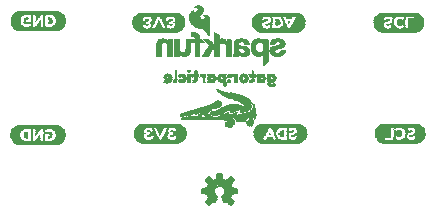
<source format=gbo>
G75*
%MOIN*%
%OFA0B0*%
%FSLAX25Y25*%
%IPPOS*%
%LPD*%
%AMOC8*
5,1,8,0,0,1.08239X$1,22.5*
%
%ADD10C,0.00591*%
%ADD11R,0.13701X0.00157*%
%ADD12R,0.14646X0.00157*%
%ADD13R,0.15276X0.00157*%
%ADD14R,0.15906X0.00157*%
%ADD15R,0.16220X0.00157*%
%ADD16R,0.16535X0.00157*%
%ADD17R,0.16850X0.00157*%
%ADD18R,0.04252X0.00157*%
%ADD19R,0.11969X0.00157*%
%ADD20R,0.04094X0.00157*%
%ADD21R,0.01260X0.00157*%
%ADD22R,0.01890X0.00157*%
%ADD23R,0.00630X0.00157*%
%ADD24R,0.03780X0.00157*%
%ADD25R,0.00787X0.00157*%
%ADD26R,0.01575X0.00157*%
%ADD27R,0.00472X0.00157*%
%ADD28R,0.01417X0.00157*%
%ADD29R,0.03465X0.00157*%
%ADD30R,0.03622X0.00157*%
%ADD31R,0.01102X0.00157*%
%ADD32R,0.03307X0.00157*%
%ADD33R,0.00945X0.00157*%
%ADD34R,0.02835X0.00157*%
%ADD35R,0.02992X0.00157*%
%ADD36R,0.00157X0.00157*%
%ADD37R,0.00315X0.00157*%
%ADD38R,0.03937X0.00157*%
%ADD39R,0.01732X0.00157*%
%ADD40R,0.12756X0.00157*%
%ADD41R,0.14331X0.00157*%
%ADD42R,0.14961X0.00157*%
%ADD43R,0.15591X0.00157*%
%ADD44R,0.07087X0.00157*%
%ADD45R,0.02362X0.00157*%
%ADD46R,0.02047X0.00157*%
%ADD47R,0.03150X0.00157*%
%ADD48R,0.04409X0.00157*%
%ADD49R,0.02205X0.00157*%
%ADD50R,0.05039X0.00157*%
%ADD51R,0.02520X0.00157*%
%ADD52R,0.13071X0.00157*%
%ADD53R,0.14016X0.00157*%
%ADD54R,0.04567X0.00157*%
%ADD55R,0.02677X0.00157*%
%ADD56R,0.04882X0.00157*%
%ADD57R,0.05354X0.00157*%
%ADD58R,0.12126X0.00157*%
%ADD59R,0.05197X0.00157*%
%ADD60R,0.00197X0.00079*%
%ADD61R,0.00315X0.00079*%
%ADD62R,0.00709X0.00118*%
%ADD63R,0.00984X0.00079*%
%ADD64R,0.01102X0.00118*%
%ADD65R,0.01181X0.00079*%
%ADD66R,0.01142X0.00118*%
%ADD67R,0.01929X0.00118*%
%ADD68R,0.02047X0.00079*%
%ADD69R,0.00591X0.00118*%
%ADD70R,0.02047X0.00118*%
%ADD71R,0.02992X0.00079*%
%ADD72R,0.00394X0.00118*%
%ADD73R,0.02992X0.00118*%
%ADD74R,0.04094X0.00079*%
%ADD75R,0.00354X0.00118*%
%ADD76R,0.04055X0.00118*%
%ADD77R,0.00591X0.00079*%
%ADD78R,0.03976X0.00079*%
%ADD79R,0.05236X0.00079*%
%ADD80R,0.05276X0.00118*%
%ADD81R,0.00472X0.00079*%
%ADD82R,0.05276X0.00079*%
%ADD83R,0.06142X0.00118*%
%ADD84R,0.05906X0.00079*%
%ADD85R,0.05827X0.00118*%
%ADD86R,0.06811X0.00079*%
%ADD87R,0.06732X0.00118*%
%ADD88R,0.06614X0.00079*%
%ADD89R,0.06693X0.00118*%
%ADD90R,0.06299X0.00079*%
%ADD91R,0.06417X0.00118*%
%ADD92R,0.06732X0.00079*%
%ADD93R,0.06299X0.00118*%
%ADD94R,0.06417X0.00079*%
%ADD95R,0.06220X0.00118*%
%ADD96R,0.05866X0.00079*%
%ADD97R,0.05630X0.00118*%
%ADD98R,0.05433X0.00079*%
%ADD99R,0.05354X0.00118*%
%ADD100R,0.05039X0.00079*%
%ADD101R,0.04843X0.00118*%
%ADD102R,0.04764X0.00079*%
%ADD103R,0.04449X0.00118*%
%ADD104R,0.00787X0.00118*%
%ADD105R,0.04173X0.00079*%
%ADD106R,0.01260X0.00079*%
%ADD107R,0.04173X0.00118*%
%ADD108R,0.01732X0.00118*%
%ADD109R,0.03819X0.00079*%
%ADD110R,0.01929X0.00079*%
%ADD111R,0.03701X0.00118*%
%ADD112R,0.02323X0.00118*%
%ADD113R,0.03583X0.00079*%
%ADD114R,0.02520X0.00079*%
%ADD115R,0.03425X0.00118*%
%ADD116R,0.02717X0.00118*%
%ADD117R,0.03425X0.00079*%
%ADD118R,0.02913X0.00079*%
%ADD119R,0.03228X0.00079*%
%ADD120R,0.03110X0.00079*%
%ADD121R,0.00276X0.00118*%
%ADD122R,0.03110X0.00118*%
%ADD123R,0.03307X0.00118*%
%ADD124R,0.00276X0.00079*%
%ADD125R,0.03031X0.00079*%
%ADD126R,0.03504X0.00079*%
%ADD127R,0.02913X0.00118*%
%ADD128R,0.03583X0.00118*%
%ADD129R,0.00394X0.00079*%
%ADD130R,0.02835X0.00079*%
%ADD131R,0.03701X0.00079*%
%ADD132R,0.03465X0.00118*%
%ADD133R,0.04094X0.00118*%
%ADD134R,0.02638X0.00079*%
%ADD135R,0.04291X0.00079*%
%ADD136R,0.02520X0.00118*%
%ADD137R,0.04370X0.00118*%
%ADD138R,0.05354X0.00079*%
%ADD139R,0.04961X0.00079*%
%ADD140R,0.02362X0.00118*%
%ADD141R,0.04961X0.00118*%
%ADD142R,0.02362X0.00079*%
%ADD143R,0.05945X0.00079*%
%ADD144R,0.05118X0.00079*%
%ADD145R,0.00669X0.00118*%
%ADD146R,0.06614X0.00118*%
%ADD147R,0.05433X0.00118*%
%ADD148R,0.00669X0.00079*%
%ADD149R,0.09331X0.00079*%
%ADD150R,0.05551X0.00079*%
%ADD151R,0.00748X0.00118*%
%ADD152R,0.09528X0.00118*%
%ADD153R,0.05669X0.00118*%
%ADD154R,0.00748X0.00079*%
%ADD155R,0.09724X0.00079*%
%ADD156R,0.06024X0.00079*%
%ADD157R,0.00866X0.00118*%
%ADD158R,0.09724X0.00118*%
%ADD159R,0.10000X0.00079*%
%ADD160R,0.01142X0.00079*%
%ADD161R,0.10039X0.00079*%
%ADD162R,0.10000X0.00118*%
%ADD163R,0.05157X0.00118*%
%ADD164R,0.10276X0.00079*%
%ADD165R,0.01260X0.00118*%
%ADD166R,0.10394X0.00118*%
%ADD167R,0.05236X0.00118*%
%ADD168R,0.05157X0.00079*%
%ADD169R,0.01339X0.00118*%
%ADD170R,0.05551X0.00118*%
%ADD171R,0.01457X0.00079*%
%ADD172R,0.05827X0.00079*%
%ADD173R,0.01575X0.00118*%
%ADD174R,0.02441X0.00118*%
%ADD175R,0.03504X0.00118*%
%ADD176R,0.05866X0.00118*%
%ADD177R,0.01772X0.00079*%
%ADD178R,0.02717X0.00079*%
%ADD179R,0.02323X0.00079*%
%ADD180R,0.03780X0.00079*%
%ADD181R,0.01850X0.00118*%
%ADD182R,0.02638X0.00118*%
%ADD183R,0.00315X0.00118*%
%ADD184R,0.06496X0.00118*%
%ADD185R,0.01969X0.00079*%
%ADD186R,0.02441X0.00079*%
%ADD187R,0.01850X0.00079*%
%ADD188R,0.03858X0.00079*%
%ADD189R,0.06693X0.00079*%
%ADD190R,0.02165X0.00118*%
%ADD191R,0.01654X0.00118*%
%ADD192R,0.07205X0.00118*%
%ADD193R,0.04921X0.00079*%
%ADD194R,0.04409X0.00079*%
%ADD195R,0.01063X0.00118*%
%ADD196R,0.00984X0.00118*%
%ADD197R,0.04488X0.00118*%
%ADD198R,0.02795X0.00079*%
%ADD199R,0.01378X0.00079*%
%ADD200R,0.00866X0.00079*%
%ADD201R,0.04685X0.00079*%
%ADD202R,0.00906X0.00118*%
%ADD203R,0.00472X0.00118*%
%ADD204R,0.04567X0.00118*%
%ADD205R,0.00945X0.00079*%
%ADD206R,0.00787X0.00079*%
%ADD207R,0.04449X0.00079*%
%ADD208R,0.01811X0.00079*%
%ADD209R,0.04882X0.00079*%
%ADD210R,0.00906X0.00079*%
%ADD211R,0.04370X0.00079*%
%ADD212R,0.02598X0.00118*%
%ADD213R,0.05039X0.00118*%
%ADD214R,0.01535X0.00079*%
%ADD215R,0.04055X0.00079*%
%ADD216R,0.03228X0.00118*%
%ADD217R,0.03780X0.00118*%
%ADD218R,0.03386X0.00079*%
%ADD219R,0.01969X0.00118*%
%ADD220R,0.02244X0.00118*%
%ADD221R,0.03189X0.00118*%
%ADD222R,0.03622X0.00079*%
%ADD223R,0.01457X0.00118*%
%ADD224R,0.02835X0.00118*%
%ADD225R,0.08937X0.00079*%
%ADD226R,0.09134X0.00118*%
%ADD227R,0.01535X0.00118*%
%ADD228R,0.09252X0.00079*%
%ADD229R,0.02126X0.00079*%
%ADD230R,0.01654X0.00079*%
%ADD231R,0.09843X0.00118*%
%ADD232R,0.02008X0.00118*%
%ADD233R,0.09921X0.00079*%
%ADD234R,0.00079X0.00079*%
%ADD235R,0.10512X0.00118*%
%ADD236R,0.03031X0.00118*%
%ADD237R,0.04685X0.00118*%
%ADD238R,0.14488X0.00079*%
%ADD239R,0.06142X0.00079*%
%ADD240R,0.00709X0.00079*%
%ADD241R,0.01496X0.00079*%
%ADD242R,0.14685X0.00079*%
%ADD243R,0.01496X0.00118*%
%ADD244R,0.16811X0.00118*%
%ADD245R,0.04646X0.00079*%
%ADD246R,0.16890X0.00079*%
%ADD247R,0.00512X0.00118*%
%ADD248R,0.01299X0.00118*%
%ADD249R,0.17008X0.00118*%
%ADD250R,0.01299X0.00079*%
%ADD251R,0.17205X0.00079*%
%ADD252R,0.17323X0.00118*%
%ADD253R,0.17402X0.00079*%
%ADD254R,0.03622X0.00118*%
%ADD255R,0.17402X0.00118*%
%ADD256R,0.01378X0.00118*%
%ADD257R,0.03386X0.00118*%
%ADD258R,0.02008X0.00079*%
%ADD259R,0.03150X0.00079*%
%ADD260R,0.02126X0.00118*%
%ADD261R,0.02205X0.00079*%
%ADD262R,0.03150X0.00118*%
%ADD263R,0.02953X0.00118*%
%ADD264R,0.02756X0.00079*%
%ADD265R,0.02559X0.00079*%
%ADD266R,0.00197X0.00118*%
%ADD267C,0.00300*%
D10*
X0164698Y0289246D02*
X0163680Y0290264D01*
X0164890Y0291748D01*
X0164582Y0292346D01*
X0164377Y0292987D01*
X0162472Y0293180D01*
X0162472Y0294620D01*
X0164377Y0294813D01*
X0164582Y0295454D01*
X0164890Y0296052D01*
X0163680Y0297536D01*
X0164698Y0298554D01*
X0166182Y0297343D01*
X0166780Y0297651D01*
X0167420Y0297856D01*
X0167614Y0299761D01*
X0169053Y0299761D01*
X0169247Y0297856D01*
X0169887Y0297651D01*
X0170485Y0297343D01*
X0171969Y0298554D01*
X0172987Y0297536D01*
X0171777Y0296052D01*
X0172085Y0295454D01*
X0172290Y0294813D01*
X0174195Y0294620D01*
X0174195Y0293180D01*
X0172290Y0292987D01*
X0172085Y0292346D01*
X0171777Y0291748D01*
X0172987Y0290264D01*
X0171969Y0289246D01*
X0170485Y0290457D01*
X0169887Y0290149D01*
X0169040Y0292195D01*
X0169418Y0292407D01*
X0169737Y0292701D01*
X0169978Y0293062D01*
X0170128Y0293469D01*
X0170179Y0293900D01*
X0170126Y0294339D01*
X0169970Y0294752D01*
X0169721Y0295117D01*
X0169392Y0295411D01*
X0169002Y0295620D01*
X0168574Y0295729D01*
X0168133Y0295734D01*
X0167702Y0295634D01*
X0167308Y0295434D01*
X0166973Y0295146D01*
X0166716Y0294787D01*
X0166551Y0294377D01*
X0166489Y0293940D01*
X0166532Y0293500D01*
X0166678Y0293084D01*
X0166920Y0292714D01*
X0167242Y0292412D01*
X0167627Y0292195D01*
X0166779Y0290149D01*
X0166182Y0290457D01*
X0164698Y0289246D01*
X0164297Y0289647D02*
X0165189Y0289647D01*
X0165911Y0290236D02*
X0163708Y0290236D01*
X0164137Y0290825D02*
X0167060Y0290825D01*
X0167304Y0291414D02*
X0164617Y0291414D01*
X0164759Y0292003D02*
X0167548Y0292003D01*
X0167049Y0292592D02*
X0164503Y0292592D01*
X0162472Y0293181D02*
X0166644Y0293181D01*
X0166505Y0293770D02*
X0162472Y0293770D01*
X0162472Y0294359D02*
X0166549Y0294359D01*
X0166831Y0294948D02*
X0164420Y0294948D01*
X0164625Y0295538D02*
X0167513Y0295538D01*
X0169156Y0295538D02*
X0172041Y0295538D01*
X0171838Y0296127D02*
X0164829Y0296127D01*
X0164349Y0296716D02*
X0172318Y0296716D01*
X0172798Y0297305D02*
X0163868Y0297305D01*
X0164038Y0297894D02*
X0165507Y0297894D01*
X0164784Y0298483D02*
X0164627Y0298483D01*
X0167484Y0298483D02*
X0169183Y0298483D01*
X0169123Y0299072D02*
X0167544Y0299072D01*
X0167603Y0299661D02*
X0169063Y0299661D01*
X0169243Y0297894D02*
X0167424Y0297894D01*
X0171160Y0297894D02*
X0172629Y0297894D01*
X0172040Y0298483D02*
X0171882Y0298483D01*
X0172246Y0294948D02*
X0169836Y0294948D01*
X0170118Y0294359D02*
X0174195Y0294359D01*
X0174195Y0293770D02*
X0170164Y0293770D01*
X0170022Y0293181D02*
X0174195Y0293181D01*
X0172163Y0292592D02*
X0169619Y0292592D01*
X0169119Y0292003D02*
X0171908Y0292003D01*
X0172049Y0291414D02*
X0169363Y0291414D01*
X0169607Y0290825D02*
X0172530Y0290825D01*
X0172959Y0290236D02*
X0170756Y0290236D01*
X0170056Y0290236D02*
X0169851Y0290236D01*
X0171478Y0289647D02*
X0172370Y0289647D01*
X0166815Y0290236D02*
X0166610Y0290236D01*
D11*
X0148621Y0309908D03*
X0148621Y0315892D03*
X0148046Y0346908D03*
X0148046Y0352892D03*
X0107861Y0353550D03*
X0107861Y0347250D03*
X0107806Y0315550D03*
X0107806Y0309250D03*
X0228593Y0310065D03*
X0228593Y0315735D03*
X0228073Y0347065D03*
X0228073Y0352735D03*
D12*
X0228073Y0352420D03*
X0228073Y0347380D03*
X0228593Y0315420D03*
X0228593Y0310380D03*
X0188621Y0310065D03*
X0188621Y0315735D03*
X0188046Y0347065D03*
X0188046Y0352735D03*
X0107861Y0353392D03*
X0107861Y0347408D03*
X0107806Y0315392D03*
X0107806Y0309408D03*
D13*
X0107806Y0309565D03*
X0107806Y0315235D03*
X0107861Y0347565D03*
X0107861Y0353235D03*
X0148046Y0352420D03*
X0148046Y0347380D03*
X0148621Y0315420D03*
X0148621Y0310380D03*
X0188621Y0310223D03*
X0188621Y0315577D03*
X0188046Y0347223D03*
X0188046Y0352577D03*
X0228073Y0352105D03*
X0228073Y0347695D03*
X0228593Y0315105D03*
X0228593Y0310695D03*
D14*
X0188621Y0310538D03*
X0188621Y0315262D03*
X0188046Y0347538D03*
X0188046Y0352262D03*
X0148046Y0352105D03*
X0148046Y0347695D03*
X0148621Y0315105D03*
X0148621Y0310695D03*
X0107806Y0309723D03*
X0107806Y0315077D03*
X0107861Y0347723D03*
X0107861Y0353077D03*
D15*
X0107861Y0352920D03*
X0107861Y0347880D03*
X0107806Y0314920D03*
X0107806Y0309880D03*
X0188046Y0347695D03*
X0188046Y0352105D03*
X0188621Y0315105D03*
X0188621Y0310695D03*
D16*
X0107806Y0310038D03*
X0107806Y0314762D03*
X0107861Y0348038D03*
X0107861Y0352762D03*
D17*
X0107861Y0352605D03*
X0107861Y0348195D03*
X0107806Y0314605D03*
X0107806Y0310195D03*
D18*
X0101349Y0310353D03*
X0114262Y0314447D03*
X0101404Y0348353D03*
X0114318Y0352447D03*
X0181849Y0313215D03*
X0181849Y0313057D03*
X0194818Y0349585D03*
X0194818Y0349743D03*
X0221774Y0350215D03*
X0234892Y0312585D03*
D19*
X0190329Y0347853D03*
X0186337Y0314947D03*
X0110459Y0348353D03*
X0105207Y0314447D03*
D20*
X0101113Y0314290D03*
X0114499Y0314290D03*
X0114341Y0310353D03*
X0114554Y0348510D03*
X0101168Y0348510D03*
X0101325Y0352447D03*
X0181770Y0312900D03*
X0181770Y0312743D03*
X0194896Y0349900D03*
X0194896Y0350057D03*
D21*
X0190014Y0349270D03*
X0190014Y0349113D03*
X0187495Y0349113D03*
X0187495Y0350845D03*
X0185290Y0349585D03*
X0183873Y0350687D03*
X0184849Y0331743D03*
X0184849Y0330955D03*
X0183274Y0330955D03*
X0183274Y0331585D03*
X0181385Y0331585D03*
X0181385Y0330955D03*
X0177290Y0330798D03*
X0177290Y0331743D03*
X0175558Y0331743D03*
X0175400Y0330955D03*
X0175558Y0330798D03*
X0176345Y0329853D03*
X0173825Y0331743D03*
X0169888Y0330955D03*
X0168156Y0330955D03*
X0168156Y0331743D03*
X0164849Y0331585D03*
X0164849Y0330955D03*
X0160440Y0331743D03*
X0155715Y0332687D03*
X0155715Y0329853D03*
X0151936Y0331743D03*
X0150329Y0349270D03*
X0151904Y0350530D03*
X0148125Y0349270D03*
X0146235Y0350372D03*
X0146077Y0350057D03*
X0145920Y0349743D03*
X0144030Y0350530D03*
X0111877Y0351187D03*
X0111877Y0349770D03*
X0108097Y0349140D03*
X0105577Y0348510D03*
X0104003Y0351345D03*
X0105577Y0352447D03*
X0107782Y0351975D03*
X0107782Y0351817D03*
X0110089Y0314290D03*
X0107570Y0313660D03*
X0107885Y0310983D03*
X0107885Y0310825D03*
X0110089Y0310353D03*
X0111664Y0311455D03*
X0103790Y0311613D03*
X0103790Y0313030D03*
X0144762Y0312270D03*
X0146337Y0313530D03*
X0148542Y0313530D03*
X0150432Y0312428D03*
X0150589Y0312743D03*
X0150747Y0313057D03*
X0152636Y0312270D03*
X0186652Y0313530D03*
X0186652Y0313687D03*
X0189172Y0313687D03*
X0189172Y0311955D03*
X0191377Y0313215D03*
X0192794Y0312113D03*
X0186581Y0330955D03*
X0186424Y0331743D03*
X0224373Y0350687D03*
X0226420Y0348325D03*
X0229727Y0351947D03*
X0230247Y0314475D03*
X0232294Y0312113D03*
X0226940Y0310853D03*
D22*
X0230247Y0311010D03*
X0231192Y0313372D03*
X0225475Y0349428D03*
X0226420Y0351790D03*
X0191589Y0351475D03*
X0184975Y0349428D03*
X0179337Y0331743D03*
X0176345Y0332530D03*
X0176345Y0330010D03*
X0185077Y0311325D03*
X0191692Y0313372D03*
X0148542Y0314160D03*
X0146022Y0313372D03*
X0150991Y0332530D03*
X0148125Y0348640D03*
X0150644Y0349428D03*
X0107940Y0348510D03*
X0107940Y0352447D03*
X0107727Y0314290D03*
X0107727Y0310353D03*
D23*
X0108199Y0311770D03*
X0107255Y0312872D03*
X0105680Y0314290D03*
X0104105Y0311298D03*
X0105680Y0310510D03*
X0109932Y0310668D03*
X0109932Y0312715D03*
X0109932Y0313502D03*
X0109932Y0313660D03*
X0109932Y0313817D03*
X0109932Y0313975D03*
X0146180Y0314475D03*
X0146337Y0314160D03*
X0146337Y0314002D03*
X0150747Y0313845D03*
X0150747Y0313687D03*
X0150904Y0314160D03*
X0151062Y0314475D03*
X0150203Y0330640D03*
X0153825Y0334105D03*
X0150487Y0348325D03*
X0150329Y0348640D03*
X0150329Y0348798D03*
X0145920Y0348955D03*
X0145920Y0349113D03*
X0145762Y0348640D03*
X0145605Y0348325D03*
X0171306Y0330798D03*
X0186424Y0329538D03*
X0191062Y0314475D03*
X0191062Y0314317D03*
X0191062Y0314160D03*
X0191062Y0312900D03*
X0191062Y0311325D03*
X0189329Y0311798D03*
X0187440Y0311483D03*
X0187440Y0311325D03*
X0187282Y0311640D03*
X0186967Y0312270D03*
X0186810Y0312585D03*
X0186810Y0312743D03*
X0185077Y0312585D03*
X0192636Y0314002D03*
X0226782Y0313845D03*
X0226782Y0314632D03*
X0226782Y0311955D03*
X0230404Y0311955D03*
X0230404Y0311798D03*
X0232136Y0314002D03*
X0229885Y0348168D03*
X0229885Y0348955D03*
X0229885Y0350845D03*
X0226262Y0350845D03*
X0226262Y0351002D03*
X0224530Y0348798D03*
X0191589Y0350215D03*
X0189857Y0350215D03*
X0189857Y0350057D03*
X0189699Y0350530D03*
X0189385Y0351160D03*
X0189227Y0351317D03*
X0189227Y0351475D03*
X0187337Y0351002D03*
X0185605Y0351475D03*
X0185605Y0349900D03*
X0185605Y0348640D03*
X0185605Y0348483D03*
X0185605Y0348325D03*
X0184030Y0348798D03*
X0111562Y0351502D03*
X0109987Y0352290D03*
X0107467Y0351030D03*
X0108412Y0349928D03*
X0109987Y0348510D03*
X0105735Y0348825D03*
X0105735Y0348983D03*
X0105735Y0349140D03*
X0105735Y0349298D03*
X0105735Y0350085D03*
X0105735Y0352132D03*
D24*
X0101010Y0348668D03*
X0100853Y0348825D03*
X0114711Y0348668D03*
X0114869Y0348825D03*
X0141196Y0349270D03*
X0141825Y0347853D03*
X0154266Y0347853D03*
X0154896Y0349900D03*
X0181038Y0349900D03*
X0181668Y0347853D03*
X0195054Y0350530D03*
X0195054Y0350687D03*
X0221538Y0349900D03*
X0222168Y0347853D03*
X0234499Y0314947D03*
X0235129Y0312900D03*
X0195629Y0312900D03*
X0194999Y0314947D03*
X0181613Y0312270D03*
X0181613Y0312113D03*
X0155471Y0313530D03*
X0154841Y0314947D03*
X0142400Y0314947D03*
X0141770Y0312900D03*
X0114814Y0313975D03*
X0114656Y0314132D03*
X0100955Y0314132D03*
X0100798Y0313975D03*
D25*
X0105759Y0310353D03*
X0108121Y0311455D03*
X0108121Y0311613D03*
X0107333Y0313030D03*
X0110010Y0313345D03*
X0110010Y0314132D03*
X0111585Y0311298D03*
X0144684Y0311798D03*
X0144684Y0313845D03*
X0146101Y0314632D03*
X0146416Y0313845D03*
X0146416Y0313687D03*
X0148621Y0313057D03*
X0148621Y0312900D03*
X0150668Y0313530D03*
X0151140Y0314632D03*
X0152558Y0313845D03*
X0152558Y0311798D03*
X0150912Y0329695D03*
X0155322Y0330798D03*
X0155164Y0331743D03*
X0158156Y0332687D03*
X0158156Y0334105D03*
X0160361Y0333632D03*
X0162093Y0332687D03*
X0163353Y0332687D03*
X0164770Y0332687D03*
X0165873Y0332687D03*
X0165873Y0329853D03*
X0164770Y0329853D03*
X0163353Y0329853D03*
X0158156Y0329853D03*
X0168865Y0332687D03*
X0169967Y0332687D03*
X0171385Y0332530D03*
X0173904Y0332687D03*
X0173904Y0329853D03*
X0171385Y0329853D03*
X0181306Y0329853D03*
X0181306Y0332687D03*
X0182566Y0332687D03*
X0184613Y0332687D03*
X0185873Y0332687D03*
X0185526Y0348168D03*
X0185526Y0348798D03*
X0185526Y0349743D03*
X0185526Y0351632D03*
X0189936Y0349900D03*
X0189936Y0349743D03*
X0225869Y0349743D03*
X0226341Y0351160D03*
X0226341Y0351317D03*
X0228388Y0351002D03*
X0229806Y0349113D03*
X0226861Y0313687D03*
X0228278Y0311798D03*
X0230325Y0311640D03*
X0230325Y0311483D03*
X0230798Y0313057D03*
X0191140Y0313057D03*
X0191140Y0314002D03*
X0191140Y0314632D03*
X0191140Y0311168D03*
X0186731Y0312900D03*
X0186731Y0313057D03*
X0151983Y0348955D03*
X0150566Y0348168D03*
X0150251Y0348955D03*
X0150251Y0349113D03*
X0148046Y0349743D03*
X0148046Y0349900D03*
X0145999Y0349270D03*
X0145526Y0348168D03*
X0144109Y0348955D03*
X0144109Y0351002D03*
X0151983Y0351002D03*
X0109908Y0352447D03*
X0107546Y0351345D03*
X0107546Y0351187D03*
X0108333Y0349770D03*
X0105656Y0349455D03*
X0105656Y0348668D03*
X0104081Y0351502D03*
D26*
X0103845Y0351030D03*
X0103845Y0350872D03*
X0107940Y0348668D03*
X0112034Y0350085D03*
X0112034Y0350243D03*
X0112034Y0350400D03*
X0112034Y0350557D03*
X0112034Y0350715D03*
X0145920Y0349900D03*
X0146392Y0350845D03*
X0146392Y0351002D03*
X0148125Y0348955D03*
X0149857Y0350530D03*
X0149699Y0350845D03*
X0149699Y0351002D03*
X0150991Y0332687D03*
X0153510Y0330483D03*
X0153510Y0330325D03*
X0159967Y0330325D03*
X0159967Y0330168D03*
X0159967Y0330483D03*
X0179022Y0330168D03*
X0179180Y0330640D03*
X0186652Y0314002D03*
X0186652Y0313845D03*
X0189014Y0313372D03*
X0189014Y0313215D03*
X0189014Y0312585D03*
X0189014Y0312428D03*
X0189014Y0312270D03*
X0185077Y0311640D03*
X0150747Y0312900D03*
X0150274Y0311955D03*
X0150274Y0311798D03*
X0148542Y0313845D03*
X0146810Y0312270D03*
X0146967Y0311955D03*
X0146967Y0311798D03*
X0111822Y0311770D03*
X0111822Y0311928D03*
X0107727Y0314132D03*
X0103633Y0312715D03*
X0103633Y0312557D03*
X0103633Y0312400D03*
X0103633Y0312243D03*
X0103633Y0312085D03*
X0187652Y0349428D03*
X0187652Y0349585D03*
X0187652Y0350215D03*
X0187652Y0350372D03*
X0187652Y0350530D03*
X0190014Y0348955D03*
X0190014Y0348798D03*
X0191589Y0351160D03*
X0226420Y0351632D03*
X0228467Y0349113D03*
X0228199Y0313687D03*
X0230247Y0311168D03*
D27*
X0230483Y0312113D03*
X0230483Y0312270D03*
X0230483Y0312428D03*
X0230640Y0312743D03*
X0230640Y0312900D03*
X0226703Y0311798D03*
X0226703Y0311640D03*
X0226703Y0311168D03*
X0226703Y0314002D03*
X0226703Y0314475D03*
X0190983Y0312743D03*
X0190983Y0312585D03*
X0190983Y0312428D03*
X0190983Y0312270D03*
X0190983Y0311955D03*
X0190983Y0311798D03*
X0190983Y0311640D03*
X0190983Y0311483D03*
X0187203Y0311798D03*
X0187046Y0311955D03*
X0187046Y0312113D03*
X0186888Y0312428D03*
X0185156Y0312743D03*
X0168865Y0329853D03*
X0171385Y0331585D03*
X0160361Y0333790D03*
X0158156Y0333160D03*
X0150408Y0348483D03*
X0148046Y0350057D03*
X0148046Y0350215D03*
X0145841Y0348798D03*
X0145684Y0348483D03*
X0109908Y0348668D03*
X0109908Y0348825D03*
X0109908Y0348983D03*
X0109908Y0349140D03*
X0109908Y0349298D03*
X0109908Y0349455D03*
X0109908Y0349613D03*
X0109908Y0349770D03*
X0109908Y0349928D03*
X0109908Y0350085D03*
X0109908Y0350243D03*
X0109908Y0350400D03*
X0109908Y0350557D03*
X0109908Y0350715D03*
X0109908Y0350872D03*
X0109908Y0351030D03*
X0109908Y0351187D03*
X0109908Y0351345D03*
X0109908Y0351502D03*
X0109908Y0351660D03*
X0109908Y0351817D03*
X0109908Y0351975D03*
X0109908Y0352132D03*
X0108491Y0350243D03*
X0108491Y0350085D03*
X0107388Y0350872D03*
X0105814Y0350872D03*
X0105814Y0350715D03*
X0105814Y0350557D03*
X0105814Y0350400D03*
X0105814Y0350243D03*
X0105814Y0351030D03*
X0105814Y0351187D03*
X0105814Y0351345D03*
X0105814Y0351502D03*
X0105814Y0351660D03*
X0105814Y0351817D03*
X0105814Y0351975D03*
X0105759Y0314132D03*
X0105759Y0313975D03*
X0105759Y0313817D03*
X0105759Y0313660D03*
X0105759Y0313502D03*
X0105759Y0313345D03*
X0105759Y0313187D03*
X0105759Y0313030D03*
X0105759Y0312872D03*
X0105759Y0312715D03*
X0105759Y0312557D03*
X0105759Y0312400D03*
X0105759Y0312243D03*
X0105759Y0312085D03*
X0105759Y0311928D03*
X0105759Y0311770D03*
X0105759Y0311613D03*
X0105759Y0311455D03*
X0105759Y0311298D03*
X0105759Y0311140D03*
X0105759Y0310983D03*
X0105759Y0310825D03*
X0105759Y0310668D03*
X0107176Y0312557D03*
X0107176Y0312715D03*
X0108278Y0311928D03*
X0109853Y0311928D03*
X0109853Y0312085D03*
X0109853Y0312243D03*
X0109853Y0312400D03*
X0109853Y0312557D03*
X0109853Y0311770D03*
X0109853Y0311613D03*
X0109853Y0311455D03*
X0109853Y0311298D03*
X0109853Y0311140D03*
X0109853Y0310983D03*
X0109853Y0310825D03*
X0146259Y0314317D03*
X0148621Y0312743D03*
X0148621Y0312585D03*
X0150825Y0314002D03*
X0150983Y0314317D03*
X0185684Y0350057D03*
X0185684Y0350215D03*
X0185684Y0350372D03*
X0185684Y0350530D03*
X0185684Y0350845D03*
X0185684Y0351002D03*
X0185684Y0351160D03*
X0185684Y0351317D03*
X0189463Y0351002D03*
X0189621Y0350845D03*
X0189621Y0350687D03*
X0189778Y0350372D03*
X0191510Y0350057D03*
X0226026Y0350057D03*
X0226026Y0349900D03*
X0226184Y0350372D03*
X0226184Y0350530D03*
X0226184Y0350687D03*
X0229963Y0351002D03*
X0229963Y0351160D03*
X0229963Y0351632D03*
X0229963Y0348798D03*
X0229963Y0348325D03*
D28*
X0228388Y0350845D03*
X0228278Y0311955D03*
X0191298Y0310853D03*
X0189093Y0312113D03*
X0189093Y0313530D03*
X0178944Y0330010D03*
X0176424Y0332687D03*
X0169810Y0331743D03*
X0159888Y0330010D03*
X0156581Y0330798D03*
X0156581Y0331743D03*
X0153589Y0330640D03*
X0153432Y0330168D03*
X0153432Y0330010D03*
X0151857Y0330640D03*
X0148621Y0313687D03*
X0150510Y0312585D03*
X0150353Y0312270D03*
X0150353Y0312113D03*
X0146888Y0312113D03*
X0111743Y0311613D03*
X0107806Y0310668D03*
X0107648Y0313817D03*
X0107648Y0313975D03*
X0103711Y0312872D03*
X0103711Y0311928D03*
X0103711Y0311770D03*
X0108018Y0348825D03*
X0108018Y0348983D03*
X0107861Y0352132D03*
X0103924Y0351187D03*
X0111955Y0351030D03*
X0111955Y0350872D03*
X0111955Y0349928D03*
X0146156Y0350215D03*
X0146314Y0350530D03*
X0146314Y0350687D03*
X0148046Y0349113D03*
X0149778Y0350687D03*
X0185369Y0351947D03*
X0187573Y0350687D03*
X0187573Y0349270D03*
D29*
X0180881Y0349270D03*
X0180881Y0349113D03*
X0180881Y0349428D03*
X0181353Y0351790D03*
X0195054Y0351002D03*
X0195054Y0350845D03*
X0221381Y0349585D03*
X0221381Y0349428D03*
X0221381Y0349270D03*
X0221381Y0349113D03*
X0221853Y0348010D03*
X0221853Y0351790D03*
X0222010Y0351947D03*
X0234814Y0314790D03*
X0235286Y0313687D03*
X0235286Y0313530D03*
X0235286Y0313372D03*
X0235286Y0313215D03*
X0234814Y0311010D03*
X0234656Y0310853D03*
X0195786Y0313372D03*
X0195786Y0313530D03*
X0195786Y0313687D03*
X0195314Y0311010D03*
X0181613Y0311798D03*
X0181613Y0311955D03*
X0155629Y0312270D03*
X0155629Y0313687D03*
X0155156Y0314790D03*
X0154999Y0310853D03*
X0142243Y0310853D03*
X0141613Y0312585D03*
X0141613Y0312743D03*
X0141613Y0313215D03*
X0141613Y0313372D03*
X0142085Y0314790D03*
X0115286Y0313187D03*
X0115286Y0313030D03*
X0115129Y0313502D03*
X0114971Y0313817D03*
X0115286Y0311770D03*
X0115286Y0311613D03*
X0115129Y0311298D03*
X0115129Y0311140D03*
X0114971Y0310983D03*
X0100640Y0310983D03*
X0100483Y0311140D03*
X0100483Y0311298D03*
X0100325Y0311613D03*
X0100325Y0313187D03*
X0100483Y0313502D03*
X0100696Y0348983D03*
X0100538Y0349298D03*
X0100381Y0349613D03*
X0100381Y0349770D03*
X0100381Y0351030D03*
X0100381Y0351187D03*
X0100538Y0351502D03*
X0100538Y0351660D03*
X0100696Y0351817D03*
X0115026Y0351817D03*
X0115184Y0351660D03*
X0115184Y0351502D03*
X0115341Y0351187D03*
X0115341Y0349613D03*
X0115184Y0349298D03*
X0141038Y0349113D03*
X0141510Y0348010D03*
X0141038Y0350530D03*
X0141668Y0351947D03*
X0154424Y0351947D03*
X0155054Y0350215D03*
X0155054Y0350057D03*
X0155054Y0349585D03*
X0155054Y0349428D03*
X0154581Y0348010D03*
D30*
X0154975Y0349743D03*
X0180959Y0349743D03*
X0180959Y0349585D03*
X0180959Y0350687D03*
X0181589Y0351947D03*
X0181432Y0348010D03*
X0195235Y0314790D03*
X0195707Y0313215D03*
X0195707Y0313057D03*
X0195707Y0312113D03*
X0195077Y0310853D03*
X0235207Y0312113D03*
X0235207Y0313057D03*
X0221459Y0349743D03*
X0221459Y0350687D03*
X0141692Y0313057D03*
X0115050Y0313660D03*
X0114892Y0310825D03*
X0114735Y0310668D03*
X0100877Y0310668D03*
X0100719Y0310825D03*
X0100562Y0313660D03*
X0100719Y0313817D03*
X0100617Y0349140D03*
X0100774Y0351975D03*
X0100932Y0352132D03*
X0114790Y0352132D03*
X0114948Y0351975D03*
X0115105Y0349140D03*
X0114948Y0348983D03*
D31*
X0111798Y0349613D03*
X0111798Y0351345D03*
X0107703Y0351660D03*
X0108176Y0349298D03*
X0104081Y0349455D03*
X0103451Y0350085D03*
X0107491Y0313502D03*
X0107963Y0311140D03*
X0103869Y0311455D03*
X0103869Y0313187D03*
X0111585Y0313345D03*
X0112215Y0312715D03*
X0144684Y0312113D03*
X0144684Y0311955D03*
X0144841Y0313530D03*
X0144684Y0313687D03*
X0146101Y0314790D03*
X0148621Y0313372D03*
X0148621Y0313215D03*
X0150668Y0313215D03*
X0151140Y0314790D03*
X0152558Y0313687D03*
X0152715Y0313530D03*
X0152558Y0312113D03*
X0152558Y0311955D03*
X0152014Y0330798D03*
X0152014Y0331585D03*
X0150125Y0331585D03*
X0150125Y0331743D03*
X0153747Y0330798D03*
X0156739Y0330955D03*
X0156739Y0331113D03*
X0156739Y0331270D03*
X0156739Y0331428D03*
X0156739Y0331585D03*
X0158156Y0331585D03*
X0158156Y0331428D03*
X0158156Y0331270D03*
X0158156Y0331113D03*
X0158156Y0330955D03*
X0158156Y0330798D03*
X0158156Y0330640D03*
X0158156Y0330483D03*
X0158156Y0330325D03*
X0158156Y0330168D03*
X0158156Y0330010D03*
X0158156Y0331743D03*
X0158156Y0331900D03*
X0158156Y0332057D03*
X0158156Y0332215D03*
X0158156Y0332372D03*
X0158156Y0332530D03*
X0158156Y0333475D03*
X0158156Y0333632D03*
X0158156Y0333790D03*
X0158156Y0333947D03*
X0160361Y0333475D03*
X0160361Y0333317D03*
X0160361Y0333160D03*
X0160361Y0333002D03*
X0160361Y0332845D03*
X0160361Y0331585D03*
X0160361Y0331428D03*
X0160361Y0331270D03*
X0160361Y0331113D03*
X0160361Y0330955D03*
X0160361Y0330798D03*
X0163196Y0331743D03*
X0164770Y0331428D03*
X0164770Y0331270D03*
X0164770Y0331113D03*
X0166660Y0330955D03*
X0166818Y0331270D03*
X0166660Y0331585D03*
X0168077Y0331585D03*
X0168077Y0331428D03*
X0168077Y0331270D03*
X0168077Y0331113D03*
X0169967Y0331113D03*
X0169967Y0331270D03*
X0169967Y0331428D03*
X0169967Y0331585D03*
X0171385Y0331743D03*
X0171385Y0331900D03*
X0171385Y0332057D03*
X0171385Y0332215D03*
X0171385Y0332372D03*
X0171385Y0330640D03*
X0171385Y0330483D03*
X0171385Y0330325D03*
X0171385Y0330168D03*
X0171385Y0330010D03*
X0169967Y0329853D03*
X0169967Y0329695D03*
X0169967Y0329538D03*
X0169967Y0329380D03*
X0169967Y0329223D03*
X0169967Y0329065D03*
X0169967Y0328908D03*
X0173904Y0330010D03*
X0173904Y0330168D03*
X0173904Y0330325D03*
X0173904Y0330483D03*
X0173904Y0330640D03*
X0173904Y0330798D03*
X0173904Y0330955D03*
X0173904Y0331113D03*
X0173904Y0331270D03*
X0173904Y0331428D03*
X0173904Y0331585D03*
X0175322Y0331585D03*
X0175322Y0331428D03*
X0175322Y0331270D03*
X0175322Y0331113D03*
X0177369Y0331113D03*
X0177369Y0331270D03*
X0177369Y0331428D03*
X0177369Y0331585D03*
X0177369Y0330955D03*
X0179416Y0330798D03*
X0181306Y0331113D03*
X0181306Y0331270D03*
X0181306Y0331428D03*
X0183353Y0331428D03*
X0183353Y0331270D03*
X0183353Y0331113D03*
X0184770Y0331113D03*
X0184770Y0331270D03*
X0184770Y0331428D03*
X0184770Y0331585D03*
X0184770Y0329695D03*
X0184770Y0329538D03*
X0185873Y0330010D03*
X0186660Y0331113D03*
X0186660Y0331270D03*
X0186660Y0331428D03*
X0186660Y0331585D03*
X0185369Y0348010D03*
X0183951Y0350845D03*
X0188991Y0351790D03*
X0224451Y0350845D03*
X0225711Y0349585D03*
X0226026Y0348955D03*
X0226184Y0348640D03*
X0226341Y0348483D03*
X0228388Y0348955D03*
X0229806Y0348010D03*
X0226341Y0351475D03*
X0226861Y0314790D03*
X0228278Y0313845D03*
X0230325Y0314317D03*
X0230483Y0314160D03*
X0230640Y0313845D03*
X0230955Y0313215D03*
X0232215Y0311955D03*
X0230325Y0311325D03*
X0192715Y0311955D03*
X0191298Y0314790D03*
X0187676Y0311010D03*
X0151983Y0349113D03*
X0151825Y0349270D03*
X0151983Y0350687D03*
X0151983Y0350845D03*
X0150566Y0348010D03*
X0148046Y0349428D03*
X0148046Y0349585D03*
X0145999Y0349585D03*
X0145526Y0348010D03*
X0144109Y0349113D03*
X0143951Y0349270D03*
X0144109Y0350687D03*
X0144109Y0350845D03*
D32*
X0141432Y0351790D03*
X0140959Y0350687D03*
X0141117Y0348955D03*
X0141117Y0348798D03*
X0141117Y0348640D03*
X0141274Y0348325D03*
X0141432Y0348168D03*
X0154660Y0348168D03*
X0154818Y0348325D03*
X0154975Y0348640D03*
X0155133Y0349113D03*
X0155133Y0349270D03*
X0155133Y0350372D03*
X0155133Y0350530D03*
X0155133Y0350687D03*
X0154660Y0351790D03*
X0180959Y0351160D03*
X0180959Y0351002D03*
X0180959Y0350845D03*
X0181117Y0351475D03*
X0180959Y0348955D03*
X0180959Y0348798D03*
X0180959Y0348640D03*
X0181117Y0348483D03*
X0181117Y0348325D03*
X0181274Y0348168D03*
X0195133Y0351160D03*
X0221459Y0351002D03*
X0221459Y0350845D03*
X0221459Y0348955D03*
X0221459Y0348798D03*
X0221459Y0348640D03*
X0221617Y0348483D03*
X0221617Y0348325D03*
X0221774Y0348168D03*
X0226499Y0347853D03*
X0230168Y0314947D03*
X0234892Y0314632D03*
X0235050Y0314475D03*
X0235050Y0314317D03*
X0235207Y0314160D03*
X0235207Y0314002D03*
X0235207Y0313845D03*
X0235207Y0311955D03*
X0235207Y0311798D03*
X0195707Y0311798D03*
X0195707Y0311955D03*
X0195707Y0311640D03*
X0195550Y0311325D03*
X0195707Y0313845D03*
X0195707Y0314002D03*
X0195707Y0314160D03*
X0195550Y0314317D03*
X0195550Y0314475D03*
X0195392Y0314632D03*
X0181534Y0311640D03*
X0155707Y0312113D03*
X0155235Y0311010D03*
X0155550Y0313845D03*
X0155550Y0314002D03*
X0155550Y0314160D03*
X0155392Y0314475D03*
X0155235Y0314632D03*
X0142007Y0314632D03*
X0141849Y0314475D03*
X0141692Y0314160D03*
X0141534Y0313687D03*
X0141534Y0313530D03*
X0141534Y0312428D03*
X0141534Y0312270D03*
X0141534Y0312113D03*
X0142007Y0311010D03*
X0115365Y0311928D03*
X0115365Y0312085D03*
X0115365Y0312243D03*
X0115365Y0312400D03*
X0115365Y0312557D03*
X0115365Y0312715D03*
X0115365Y0312872D03*
X0115207Y0313345D03*
X0115207Y0311455D03*
X0100404Y0311455D03*
X0100247Y0311770D03*
X0100247Y0311928D03*
X0100247Y0312085D03*
X0100247Y0312243D03*
X0100247Y0312400D03*
X0100247Y0312557D03*
X0100247Y0312715D03*
X0100247Y0312872D03*
X0100247Y0313030D03*
X0100404Y0313345D03*
X0100459Y0349455D03*
X0100302Y0349928D03*
X0100302Y0350085D03*
X0100302Y0350243D03*
X0100302Y0350400D03*
X0100302Y0350557D03*
X0100302Y0350715D03*
X0100302Y0350872D03*
X0100459Y0351345D03*
X0115262Y0351345D03*
X0115420Y0351030D03*
X0115420Y0350872D03*
X0115420Y0350715D03*
X0115420Y0350557D03*
X0115420Y0350400D03*
X0115420Y0350243D03*
X0115420Y0350085D03*
X0115420Y0349928D03*
X0115420Y0349770D03*
X0115262Y0349455D03*
D33*
X0111719Y0349455D03*
X0108255Y0349455D03*
X0108255Y0349613D03*
X0107625Y0351502D03*
X0105735Y0352290D03*
X0103373Y0350715D03*
X0103373Y0350557D03*
X0103373Y0350400D03*
X0103373Y0350243D03*
X0103948Y0313345D03*
X0107412Y0313345D03*
X0107412Y0313187D03*
X0108042Y0311298D03*
X0109932Y0310510D03*
X0112294Y0312085D03*
X0112294Y0312243D03*
X0112294Y0312400D03*
X0112294Y0312557D03*
X0150747Y0313372D03*
X0153353Y0329853D03*
X0153825Y0330955D03*
X0153825Y0331113D03*
X0153825Y0331270D03*
X0153825Y0331428D03*
X0153825Y0331585D03*
X0153825Y0331743D03*
X0153825Y0331900D03*
X0153825Y0332057D03*
X0153825Y0332215D03*
X0153825Y0332372D03*
X0153825Y0332530D03*
X0153825Y0332687D03*
X0153825Y0332845D03*
X0153825Y0333002D03*
X0153825Y0333160D03*
X0153825Y0333317D03*
X0153825Y0333475D03*
X0153825Y0333632D03*
X0153825Y0333790D03*
X0153825Y0333947D03*
X0158235Y0333317D03*
X0159810Y0329853D03*
X0163274Y0330010D03*
X0163274Y0330168D03*
X0163274Y0330325D03*
X0163274Y0330483D03*
X0163274Y0330640D03*
X0163274Y0330798D03*
X0163274Y0330955D03*
X0163274Y0331113D03*
X0163274Y0331270D03*
X0163274Y0331428D03*
X0163274Y0331585D03*
X0166739Y0331428D03*
X0166739Y0331113D03*
X0170046Y0328750D03*
X0172723Y0332687D03*
X0178865Y0329853D03*
X0179495Y0330955D03*
X0179495Y0331113D03*
X0179495Y0331270D03*
X0179495Y0331428D03*
X0179495Y0331585D03*
X0179495Y0332845D03*
X0179495Y0333002D03*
X0179495Y0333160D03*
X0179495Y0333317D03*
X0179495Y0333475D03*
X0179495Y0333632D03*
X0182487Y0329853D03*
X0184692Y0329853D03*
X0184692Y0330010D03*
X0186652Y0313372D03*
X0186652Y0313215D03*
X0187597Y0311168D03*
X0189329Y0313845D03*
X0191219Y0313845D03*
X0192636Y0313845D03*
X0192636Y0311798D03*
X0191219Y0311010D03*
X0226782Y0311010D03*
X0230562Y0314002D03*
X0232136Y0313845D03*
X0232136Y0311798D03*
X0226105Y0348798D03*
X0224530Y0348955D03*
X0224530Y0351002D03*
X0229885Y0351790D03*
X0190014Y0349585D03*
X0190014Y0349428D03*
X0189070Y0351632D03*
X0187337Y0348955D03*
X0185448Y0348955D03*
X0184030Y0348955D03*
X0184030Y0351002D03*
X0185448Y0351790D03*
X0145920Y0349428D03*
D34*
X0151148Y0331270D03*
X0151148Y0331113D03*
X0165636Y0330483D03*
X0165636Y0332057D03*
X0169101Y0332057D03*
X0169101Y0331900D03*
X0169101Y0330798D03*
X0169101Y0330640D03*
X0176345Y0330640D03*
X0176345Y0330483D03*
X0176345Y0331900D03*
X0176345Y0332057D03*
X0182172Y0332057D03*
X0182172Y0332215D03*
X0182172Y0330483D03*
X0182172Y0330325D03*
X0185636Y0330640D03*
X0185636Y0330798D03*
X0185636Y0331900D03*
X0195054Y0351632D03*
X0195054Y0351790D03*
X0228782Y0350530D03*
X0228782Y0350372D03*
X0228782Y0350215D03*
X0228782Y0350057D03*
X0228782Y0349900D03*
X0228782Y0349743D03*
X0228782Y0349585D03*
X0228782Y0349428D03*
X0234451Y0351947D03*
X0234609Y0351790D03*
X0234609Y0351632D03*
X0227885Y0313372D03*
X0227885Y0313215D03*
X0227885Y0313057D03*
X0227885Y0312900D03*
X0227885Y0312743D03*
X0227885Y0312585D03*
X0227885Y0312428D03*
X0227885Y0312270D03*
X0222215Y0310853D03*
X0222058Y0311010D03*
X0222058Y0311168D03*
X0181613Y0311168D03*
X0181613Y0311010D03*
X0111034Y0313187D03*
X0104633Y0349613D03*
D35*
X0104554Y0349770D03*
X0104554Y0349928D03*
X0141117Y0351317D03*
X0146314Y0351947D03*
X0149778Y0351947D03*
X0150723Y0350372D03*
X0154975Y0351317D03*
X0151070Y0331900D03*
X0151070Y0331428D03*
X0165715Y0331743D03*
X0165715Y0331900D03*
X0165715Y0330798D03*
X0165715Y0330640D03*
X0182251Y0330640D03*
X0182251Y0330798D03*
X0182251Y0331743D03*
X0182251Y0331900D03*
X0195133Y0351475D03*
X0194818Y0351947D03*
X0234688Y0351475D03*
X0234688Y0351317D03*
X0221979Y0311483D03*
X0221979Y0311325D03*
X0181849Y0310853D03*
X0181534Y0311325D03*
X0155550Y0311483D03*
X0150353Y0310853D03*
X0146888Y0310853D03*
X0145944Y0312428D03*
X0141692Y0311483D03*
X0111113Y0312872D03*
X0111113Y0313030D03*
D36*
X0108436Y0312400D03*
X0107018Y0312243D03*
X0107231Y0350400D03*
X0108648Y0350557D03*
X0148046Y0350530D03*
X0148046Y0350372D03*
X0161936Y0331743D03*
X0176424Y0329695D03*
X0148621Y0312428D03*
X0148621Y0312270D03*
D37*
X0152479Y0314002D03*
X0144605Y0314002D03*
X0155243Y0330955D03*
X0155243Y0331585D03*
X0159495Y0331743D03*
X0150991Y0332845D03*
X0152062Y0348798D03*
X0144188Y0348798D03*
X0172566Y0331743D03*
X0176345Y0332845D03*
X0179495Y0333790D03*
X0185794Y0329853D03*
X0185077Y0313057D03*
X0185077Y0312900D03*
X0190904Y0312113D03*
X0226625Y0311483D03*
X0226625Y0311325D03*
X0226625Y0314160D03*
X0226625Y0314317D03*
X0230562Y0312585D03*
X0230042Y0348483D03*
X0230042Y0348640D03*
X0230042Y0351317D03*
X0230042Y0351475D03*
X0226105Y0350215D03*
X0191589Y0349900D03*
X0191589Y0349743D03*
X0185762Y0350687D03*
X0108570Y0350400D03*
X0107310Y0350557D03*
X0107310Y0350715D03*
X0107097Y0312400D03*
X0108357Y0312243D03*
X0108357Y0312085D03*
D38*
X0114577Y0310510D03*
X0101034Y0310510D03*
X0101089Y0352290D03*
X0114633Y0352290D03*
X0181117Y0350057D03*
X0194975Y0350215D03*
X0194975Y0350372D03*
X0221617Y0350057D03*
X0235050Y0312743D03*
X0195550Y0312743D03*
X0181692Y0312585D03*
X0181692Y0312428D03*
D39*
X0185156Y0311483D03*
X0187833Y0310853D03*
X0188936Y0312743D03*
X0188936Y0312900D03*
X0188936Y0313057D03*
X0186731Y0314160D03*
X0185715Y0328750D03*
X0179101Y0330325D03*
X0179101Y0330483D03*
X0160046Y0330640D03*
X0155794Y0330010D03*
X0155794Y0332530D03*
X0150912Y0329853D03*
X0148621Y0314002D03*
X0150196Y0311640D03*
X0150196Y0311483D03*
X0147046Y0311483D03*
X0147046Y0311640D03*
X0107806Y0310510D03*
X0148046Y0348798D03*
X0149621Y0351160D03*
X0149621Y0351317D03*
X0146471Y0351317D03*
X0146471Y0351160D03*
X0107861Y0352290D03*
X0187731Y0350057D03*
X0187731Y0349900D03*
X0187731Y0349743D03*
X0188833Y0351947D03*
X0191510Y0351317D03*
X0189936Y0348640D03*
X0226499Y0348168D03*
X0230168Y0314632D03*
D40*
X0148621Y0316050D03*
X0148621Y0309750D03*
X0148046Y0346750D03*
X0148046Y0353050D03*
D41*
X0148046Y0352735D03*
X0148046Y0347065D03*
X0148621Y0315735D03*
X0148621Y0310065D03*
X0228593Y0310223D03*
X0228593Y0315577D03*
X0228073Y0347223D03*
X0228073Y0352577D03*
D42*
X0228073Y0352262D03*
X0228073Y0347538D03*
X0228593Y0315262D03*
X0228593Y0310538D03*
X0148621Y0310223D03*
X0148621Y0315577D03*
X0148046Y0347223D03*
X0148046Y0352577D03*
D43*
X0148046Y0352262D03*
X0148046Y0347538D03*
X0148621Y0315262D03*
X0148621Y0310538D03*
X0188046Y0347380D03*
X0188046Y0352420D03*
X0188621Y0315420D03*
X0188621Y0310380D03*
D44*
X0224341Y0314947D03*
X0232325Y0347853D03*
X0148046Y0347853D03*
X0148621Y0314947D03*
D45*
X0148621Y0314790D03*
X0148621Y0314632D03*
X0146259Y0312585D03*
X0150912Y0330010D03*
X0151070Y0332372D03*
X0155794Y0332215D03*
X0155951Y0331900D03*
X0155951Y0330640D03*
X0155794Y0330325D03*
X0160203Y0331900D03*
X0160203Y0332057D03*
X0160203Y0332215D03*
X0160203Y0332372D03*
X0160203Y0332530D03*
X0165400Y0332530D03*
X0165400Y0330010D03*
X0169337Y0332530D03*
X0173274Y0332530D03*
X0173274Y0332372D03*
X0173274Y0332215D03*
X0173274Y0332057D03*
X0179259Y0332530D03*
X0185400Y0332530D03*
X0185400Y0330168D03*
X0185715Y0328908D03*
X0191928Y0313687D03*
X0185156Y0310853D03*
X0184739Y0349113D03*
X0191510Y0351947D03*
X0225239Y0349113D03*
X0226499Y0348010D03*
X0230168Y0314790D03*
X0231428Y0313687D03*
X0150408Y0350215D03*
X0148046Y0348168D03*
X0148046Y0348010D03*
D46*
X0148046Y0348325D03*
X0148046Y0348483D03*
X0150566Y0349585D03*
X0150566Y0349743D03*
X0149621Y0351475D03*
X0146471Y0351475D03*
X0160203Y0332687D03*
X0155794Y0330168D03*
X0148621Y0314475D03*
X0148621Y0314317D03*
X0146101Y0313215D03*
X0146101Y0313057D03*
X0147046Y0311325D03*
X0150196Y0311325D03*
X0185156Y0311168D03*
X0186731Y0314317D03*
X0189936Y0348483D03*
X0191510Y0351632D03*
D47*
X0195054Y0351317D03*
X0189699Y0348010D03*
X0181196Y0351632D03*
X0181038Y0351317D03*
X0155054Y0351160D03*
X0155054Y0351002D03*
X0155054Y0350845D03*
X0154896Y0351475D03*
X0154739Y0351632D03*
X0155054Y0348955D03*
X0155054Y0348798D03*
X0154896Y0348483D03*
X0141196Y0348483D03*
X0141038Y0350845D03*
X0141038Y0351002D03*
X0141038Y0351160D03*
X0141196Y0351475D03*
X0141353Y0351632D03*
X0141770Y0314317D03*
X0141613Y0314002D03*
X0141613Y0313845D03*
X0141613Y0311955D03*
X0141613Y0311798D03*
X0141613Y0311640D03*
X0141770Y0311325D03*
X0141928Y0311168D03*
X0155314Y0311168D03*
X0155471Y0311325D03*
X0155629Y0311640D03*
X0155629Y0311798D03*
X0155629Y0311955D03*
X0155471Y0314317D03*
X0181613Y0311483D03*
X0186967Y0314790D03*
X0195471Y0311168D03*
X0195629Y0311483D03*
X0234971Y0311168D03*
X0235129Y0311325D03*
X0235129Y0311483D03*
X0235286Y0311640D03*
X0221381Y0351160D03*
X0221538Y0351317D03*
X0221538Y0351475D03*
X0221696Y0351632D03*
D48*
X0194739Y0349428D03*
X0194739Y0349270D03*
X0194581Y0348955D03*
X0194581Y0348798D03*
X0194424Y0348483D03*
X0194266Y0348168D03*
X0181353Y0350215D03*
X0182400Y0314632D03*
X0182243Y0314317D03*
X0182085Y0314002D03*
X0182085Y0313845D03*
X0181928Y0313530D03*
X0181928Y0313372D03*
X0195314Y0312585D03*
X0155156Y0312585D03*
X0155156Y0312743D03*
X0155156Y0312900D03*
X0155156Y0313057D03*
X0155156Y0313215D03*
X0155156Y0313372D03*
X0141510Y0349428D03*
X0141510Y0349585D03*
X0141510Y0349743D03*
X0141510Y0349900D03*
X0141510Y0350057D03*
X0141510Y0350215D03*
D49*
X0146392Y0351632D03*
X0149699Y0351632D03*
X0150487Y0350057D03*
X0150487Y0349900D03*
X0155715Y0332372D03*
X0162644Y0332372D03*
X0162644Y0332215D03*
X0162644Y0332057D03*
X0162644Y0331900D03*
X0162644Y0332530D03*
X0169416Y0330010D03*
X0173353Y0331900D03*
X0176345Y0332372D03*
X0176345Y0330168D03*
X0179337Y0331900D03*
X0179337Y0332687D03*
X0184818Y0349270D03*
X0189857Y0348325D03*
X0191589Y0351790D03*
X0225318Y0349270D03*
X0231349Y0313530D03*
X0191849Y0313530D03*
X0186810Y0314475D03*
X0185077Y0311010D03*
X0150274Y0311168D03*
X0146967Y0311168D03*
X0146180Y0312743D03*
X0146180Y0312900D03*
D50*
X0154841Y0312428D03*
X0141825Y0350372D03*
X0222845Y0314160D03*
X0222845Y0314002D03*
X0222845Y0313845D03*
X0222845Y0311955D03*
X0222845Y0311798D03*
X0222845Y0311640D03*
X0233822Y0348640D03*
X0233822Y0348798D03*
X0233822Y0348955D03*
X0233822Y0350845D03*
X0233822Y0351002D03*
X0233822Y0351160D03*
D51*
X0226420Y0351947D03*
X0185479Y0332372D03*
X0185479Y0330325D03*
X0185636Y0329223D03*
X0185636Y0329065D03*
X0182014Y0330010D03*
X0182014Y0332530D03*
X0179337Y0332372D03*
X0179337Y0332215D03*
X0179337Y0332057D03*
X0176345Y0332215D03*
X0176345Y0330325D03*
X0169259Y0330168D03*
X0169259Y0332372D03*
X0165479Y0332372D03*
X0165479Y0330168D03*
X0155873Y0330483D03*
X0155873Y0332057D03*
X0151306Y0330955D03*
X0151148Y0330483D03*
X0150991Y0330325D03*
X0150991Y0330168D03*
X0150991Y0332215D03*
X0149699Y0351790D03*
X0146392Y0351790D03*
X0146967Y0311010D03*
X0150274Y0311010D03*
X0230247Y0310853D03*
D52*
X0228593Y0309908D03*
X0228593Y0315892D03*
X0228073Y0346908D03*
X0228073Y0352892D03*
X0188046Y0353050D03*
X0188046Y0346750D03*
X0188621Y0316050D03*
X0188621Y0309750D03*
D53*
X0188621Y0309908D03*
X0188621Y0315892D03*
X0188046Y0346908D03*
X0188046Y0352892D03*
D54*
X0194660Y0349113D03*
X0194503Y0348640D03*
X0194345Y0348325D03*
X0194188Y0348010D03*
X0182479Y0314790D03*
X0182322Y0314475D03*
X0182164Y0314160D03*
X0182007Y0313687D03*
D55*
X0186888Y0314632D03*
X0185558Y0329380D03*
X0185558Y0330483D03*
X0185558Y0332057D03*
X0185558Y0332215D03*
X0182093Y0332372D03*
X0182093Y0330168D03*
X0169180Y0330325D03*
X0169180Y0330483D03*
X0169180Y0332215D03*
X0165558Y0332215D03*
X0165558Y0330325D03*
X0151070Y0332057D03*
X0189778Y0348168D03*
X0228861Y0349270D03*
X0228861Y0350687D03*
X0227806Y0313530D03*
X0227806Y0312113D03*
D56*
X0223081Y0314632D03*
X0223081Y0314790D03*
X0222924Y0314475D03*
X0222924Y0314317D03*
X0234577Y0312428D03*
X0233585Y0348010D03*
X0233585Y0348168D03*
X0233743Y0348325D03*
X0233743Y0348483D03*
X0222089Y0350372D03*
X0181589Y0350372D03*
X0195077Y0312428D03*
D57*
X0194841Y0312270D03*
X0181825Y0350530D03*
D58*
X0228073Y0353050D03*
X0228073Y0346750D03*
X0228593Y0316050D03*
X0228593Y0309750D03*
D59*
X0222766Y0312113D03*
X0222766Y0312270D03*
X0222766Y0312428D03*
X0222766Y0312585D03*
X0222766Y0312743D03*
X0222766Y0312900D03*
X0222766Y0313057D03*
X0222766Y0313215D03*
X0222766Y0313372D03*
X0222766Y0313530D03*
X0222766Y0313687D03*
X0234420Y0312270D03*
X0233900Y0349113D03*
X0233900Y0349270D03*
X0233900Y0349428D03*
X0233900Y0349585D03*
X0233900Y0349743D03*
X0233900Y0349900D03*
X0233900Y0350057D03*
X0233900Y0350215D03*
X0233900Y0350372D03*
X0233900Y0350530D03*
X0233900Y0350687D03*
X0222247Y0350530D03*
D60*
X0180136Y0317660D03*
X0179073Y0315416D03*
X0178483Y0315416D03*
X0167381Y0327660D03*
X0160688Y0319313D03*
D61*
X0167440Y0327581D03*
X0171140Y0319983D03*
D62*
X0167636Y0327483D03*
X0180077Y0318152D03*
D63*
X0179743Y0321439D03*
X0167892Y0327384D03*
D64*
X0168030Y0327286D03*
D65*
X0168070Y0327187D03*
X0168266Y0326991D03*
X0164487Y0320180D03*
X0160392Y0319510D03*
X0172558Y0320180D03*
X0173621Y0319707D03*
D66*
X0173325Y0322719D03*
X0179743Y0321262D03*
X0168168Y0327089D03*
D67*
X0168759Y0326892D03*
D68*
X0168818Y0326794D03*
X0173266Y0322620D03*
X0178542Y0315809D03*
X0179605Y0319117D03*
X0156259Y0318920D03*
D69*
X0163010Y0319884D03*
X0166711Y0318821D03*
X0171081Y0319884D03*
X0170609Y0326695D03*
X0179743Y0322325D03*
X0179743Y0322128D03*
D70*
X0178542Y0315711D03*
X0172991Y0320475D03*
X0170156Y0319018D03*
X0168896Y0326695D03*
D71*
X0169487Y0326597D03*
X0163070Y0319510D03*
X0176770Y0319313D03*
D72*
X0178463Y0315514D03*
X0179644Y0322522D03*
X0171967Y0326498D03*
X0158542Y0319018D03*
X0156022Y0318624D03*
X0155550Y0318624D03*
D73*
X0169684Y0326498D03*
X0176967Y0320869D03*
X0179014Y0319884D03*
D74*
X0178581Y0319707D03*
X0173227Y0322424D03*
X0170314Y0326400D03*
D75*
X0173325Y0326302D03*
D76*
X0170412Y0326302D03*
X0167302Y0319609D03*
D77*
X0173325Y0326203D03*
X0175373Y0319786D03*
X0179743Y0322030D03*
X0179743Y0322227D03*
X0180136Y0318054D03*
D78*
X0170570Y0326203D03*
X0167262Y0319510D03*
D79*
X0163325Y0321164D03*
X0171199Y0326124D03*
D80*
X0171377Y0326026D03*
D81*
X0174644Y0325928D03*
X0179684Y0322424D03*
D82*
X0171573Y0325928D03*
D83*
X0172007Y0325829D03*
D84*
X0172203Y0325731D03*
X0175117Y0324471D03*
X0164329Y0321361D03*
D85*
X0164959Y0321538D03*
X0172361Y0325632D03*
D86*
X0172932Y0325534D03*
D87*
X0173089Y0325435D03*
D88*
X0173227Y0325337D03*
D89*
X0173385Y0325239D03*
D90*
X0173660Y0325140D03*
X0162007Y0320573D03*
D91*
X0173798Y0325042D03*
D92*
X0174152Y0324943D03*
D93*
X0174448Y0324845D03*
D94*
X0174585Y0324746D03*
X0159625Y0318250D03*
D95*
X0174802Y0324648D03*
D96*
X0174979Y0324550D03*
D97*
X0175373Y0324372D03*
X0173129Y0322128D03*
D98*
X0175550Y0324274D03*
D99*
X0175707Y0324176D03*
D100*
X0175944Y0324077D03*
D101*
X0176042Y0323979D03*
X0175373Y0318152D03*
D102*
X0178247Y0319510D03*
X0176199Y0323880D03*
X0170766Y0317463D03*
X0167735Y0319983D03*
D103*
X0175570Y0317955D03*
X0176436Y0323782D03*
D104*
X0167873Y0323782D03*
D105*
X0176573Y0323683D03*
D106*
X0179684Y0320967D03*
X0170668Y0319510D03*
X0167833Y0323683D03*
D107*
X0176692Y0323585D03*
X0178542Y0319609D03*
D108*
X0171770Y0315317D03*
X0170314Y0319215D03*
X0167794Y0323585D03*
X0164290Y0319018D03*
D109*
X0176869Y0323487D03*
D110*
X0170215Y0319117D03*
X0167774Y0323487D03*
X0164388Y0318920D03*
D111*
X0163109Y0319215D03*
X0167203Y0319412D03*
X0169054Y0320475D03*
X0169841Y0320869D03*
X0176062Y0319018D03*
X0177007Y0323388D03*
X0157085Y0319215D03*
D112*
X0166908Y0319018D03*
X0167774Y0323388D03*
X0171475Y0315514D03*
X0178562Y0316105D03*
X0178562Y0316971D03*
D113*
X0176199Y0319117D03*
X0177066Y0323290D03*
X0169979Y0320967D03*
D114*
X0167676Y0323290D03*
X0164684Y0318526D03*
X0172164Y0317069D03*
X0178581Y0316676D03*
X0178581Y0316400D03*
X0177715Y0322227D03*
D115*
X0177262Y0323191D03*
D116*
X0177617Y0322522D03*
X0176829Y0320672D03*
X0172066Y0317168D03*
X0172066Y0316774D03*
X0167696Y0323191D03*
D117*
X0177262Y0323093D03*
D118*
X0177007Y0320967D03*
X0176928Y0320770D03*
X0171967Y0316676D03*
X0167597Y0323093D03*
D119*
X0171810Y0316400D03*
X0177361Y0323014D03*
D120*
X0173719Y0320967D03*
X0175451Y0317266D03*
X0175451Y0317069D03*
X0167499Y0323014D03*
D121*
X0179585Y0322916D03*
X0179585Y0322719D03*
X0180176Y0317758D03*
D122*
X0175451Y0317168D03*
X0171869Y0316498D03*
X0177420Y0322916D03*
D123*
X0175471Y0317365D03*
X0167479Y0322916D03*
D124*
X0157735Y0318920D03*
X0179585Y0322817D03*
D125*
X0177459Y0322817D03*
X0171908Y0316597D03*
X0171711Y0316203D03*
X0171633Y0316006D03*
D126*
X0167381Y0322817D03*
X0178759Y0319786D03*
D127*
X0177518Y0322719D03*
X0173621Y0320869D03*
X0175471Y0316971D03*
D128*
X0167262Y0322719D03*
D129*
X0172164Y0319786D03*
X0174014Y0319983D03*
X0179644Y0322620D03*
X0180117Y0317857D03*
X0158266Y0318526D03*
D130*
X0177558Y0322620D03*
D131*
X0169644Y0320770D03*
X0167203Y0322620D03*
X0157203Y0319313D03*
D132*
X0173227Y0322522D03*
D133*
X0175550Y0317758D03*
X0167007Y0322522D03*
D134*
X0166948Y0319117D03*
X0172105Y0316872D03*
X0173483Y0320770D03*
X0177656Y0322424D03*
X0178522Y0316597D03*
D135*
X0175570Y0317857D03*
X0166908Y0322424D03*
D136*
X0177715Y0322325D03*
X0179251Y0320081D03*
X0178581Y0316774D03*
X0178581Y0316302D03*
D137*
X0173168Y0322325D03*
X0166751Y0322325D03*
D138*
X0173188Y0322227D03*
D139*
X0166455Y0322227D03*
D140*
X0176337Y0320278D03*
X0177794Y0321931D03*
X0177794Y0322128D03*
X0179448Y0318821D03*
D141*
X0167833Y0320081D03*
X0166377Y0322128D03*
D142*
X0177794Y0322030D03*
X0179448Y0318920D03*
X0179251Y0318329D03*
D143*
X0173168Y0322030D03*
D144*
X0166180Y0322030D03*
D145*
X0173955Y0319884D03*
X0179782Y0321931D03*
X0160530Y0319412D03*
D146*
X0173148Y0321931D03*
D147*
X0165944Y0321931D03*
D148*
X0165885Y0320376D03*
X0164625Y0319983D03*
X0171436Y0315140D03*
X0179782Y0321833D03*
D149*
X0174310Y0321833D03*
D150*
X0165688Y0321833D03*
D151*
X0179743Y0321735D03*
D152*
X0174211Y0321735D03*
D153*
X0165550Y0321735D03*
D154*
X0179743Y0321636D03*
D155*
X0174113Y0321636D03*
D156*
X0165255Y0321636D03*
X0164664Y0321439D03*
D157*
X0179802Y0321538D03*
D158*
X0173995Y0321538D03*
D159*
X0173857Y0321439D03*
D160*
X0179743Y0321361D03*
X0179743Y0321164D03*
D161*
X0173759Y0321361D03*
D162*
X0173660Y0321262D03*
D163*
X0178050Y0319412D03*
X0163759Y0321262D03*
D164*
X0173522Y0321164D03*
D165*
X0173581Y0319609D03*
X0179684Y0321065D03*
X0155865Y0318821D03*
D166*
X0173463Y0321065D03*
D167*
X0168089Y0320278D03*
X0163010Y0321065D03*
D168*
X0162892Y0320967D03*
X0158680Y0319707D03*
D169*
X0170510Y0319412D03*
X0179644Y0320869D03*
D170*
X0162577Y0320869D03*
D171*
X0161790Y0318920D03*
X0170451Y0319313D03*
X0171829Y0315219D03*
X0178719Y0315613D03*
X0179585Y0320770D03*
D172*
X0162440Y0320770D03*
D173*
X0179644Y0320672D03*
D174*
X0179290Y0318624D03*
X0179290Y0318428D03*
X0173266Y0320672D03*
D175*
X0176436Y0319215D03*
X0169546Y0320672D03*
D176*
X0162341Y0320672D03*
D177*
X0164192Y0319117D03*
X0179546Y0320573D03*
X0179743Y0319313D03*
D178*
X0176711Y0320573D03*
D179*
X0179349Y0320180D03*
X0179349Y0318723D03*
X0178562Y0316872D03*
X0178562Y0316203D03*
X0178562Y0316006D03*
X0173129Y0320573D03*
X0171475Y0315416D03*
D180*
X0175510Y0317660D03*
X0169290Y0320573D03*
X0160629Y0318526D03*
X0157833Y0317463D03*
D181*
X0179507Y0320475D03*
D182*
X0176593Y0320475D03*
X0172696Y0319018D03*
X0172105Y0316971D03*
X0171514Y0315711D03*
X0178522Y0316498D03*
D183*
X0165786Y0320475D03*
X0156849Y0318821D03*
D184*
X0161908Y0320475D03*
D185*
X0179448Y0320376D03*
D186*
X0179290Y0318526D03*
X0176495Y0320376D03*
X0172794Y0319117D03*
X0163070Y0319707D03*
D187*
X0166869Y0318920D03*
X0172892Y0320376D03*
X0173089Y0319313D03*
X0176081Y0320180D03*
D188*
X0168857Y0320376D03*
D189*
X0161810Y0320376D03*
D190*
X0179349Y0320278D03*
X0179546Y0319018D03*
D191*
X0175904Y0320081D03*
X0173188Y0319412D03*
X0172794Y0320278D03*
D192*
X0161554Y0320278D03*
D193*
X0167932Y0320180D03*
D194*
X0159959Y0320180D03*
D195*
X0172499Y0320081D03*
D196*
X0170806Y0319609D03*
X0164585Y0320081D03*
D197*
X0159723Y0320081D03*
D198*
X0179113Y0319983D03*
D199*
X0178877Y0318054D03*
X0175766Y0319983D03*
D200*
X0172400Y0319983D03*
D201*
X0159428Y0319983D03*
D202*
X0175412Y0319884D03*
D203*
X0172203Y0319884D03*
X0172203Y0315042D03*
X0157440Y0318428D03*
D204*
X0159172Y0319884D03*
X0167558Y0319884D03*
D205*
X0173818Y0319786D03*
X0155825Y0318723D03*
D206*
X0170983Y0319786D03*
D207*
X0167499Y0319786D03*
D208*
X0163070Y0319786D03*
D209*
X0158936Y0319786D03*
D210*
X0170845Y0319707D03*
D211*
X0167459Y0319707D03*
D212*
X0163070Y0319609D03*
D213*
X0158542Y0319609D03*
D214*
X0161948Y0319117D03*
X0173325Y0319510D03*
D215*
X0157577Y0319510D03*
D216*
X0163070Y0319412D03*
D217*
X0157322Y0319412D03*
D218*
X0163070Y0319313D03*
X0167046Y0319313D03*
X0175510Y0317463D03*
D219*
X0179644Y0319215D03*
X0164487Y0318821D03*
D220*
X0164625Y0318624D03*
X0172892Y0319215D03*
D221*
X0167066Y0319215D03*
D222*
X0157046Y0319117D03*
D223*
X0159664Y0318624D03*
X0161908Y0319018D03*
D224*
X0156652Y0319018D03*
X0171613Y0315908D03*
D225*
X0173325Y0318920D03*
D226*
X0173227Y0318821D03*
D227*
X0161751Y0318821D03*
D228*
X0173089Y0318723D03*
D229*
X0164566Y0318723D03*
D230*
X0161692Y0318723D03*
D231*
X0172794Y0318624D03*
D232*
X0161514Y0318624D03*
D233*
X0172636Y0318526D03*
D234*
X0177755Y0315613D03*
X0157440Y0318526D03*
D235*
X0172459Y0318428D03*
D236*
X0164822Y0318428D03*
D237*
X0160294Y0318428D03*
D238*
X0170471Y0318329D03*
D239*
X0159566Y0318329D03*
D240*
X0172203Y0315140D03*
X0180077Y0318250D03*
D241*
X0178818Y0318250D03*
D242*
X0170373Y0318250D03*
D243*
X0178818Y0318152D03*
D244*
X0164231Y0318152D03*
D245*
X0175471Y0318054D03*
D246*
X0164192Y0318054D03*
D247*
X0171436Y0315042D03*
X0179113Y0315514D03*
X0180176Y0317955D03*
D248*
X0178916Y0317955D03*
X0178916Y0317758D03*
X0178916Y0317561D03*
D249*
X0164133Y0317955D03*
D250*
X0178916Y0317857D03*
X0178916Y0317660D03*
X0178916Y0317463D03*
D251*
X0164231Y0317857D03*
D252*
X0164290Y0317758D03*
D253*
X0164329Y0317660D03*
D254*
X0175510Y0317561D03*
D255*
X0164448Y0317561D03*
D256*
X0178955Y0317365D03*
D257*
X0171534Y0317365D03*
D258*
X0178719Y0317266D03*
D259*
X0171770Y0317266D03*
D260*
X0178660Y0317168D03*
X0178581Y0315908D03*
D261*
X0178621Y0317069D03*
D262*
X0171770Y0316302D03*
D263*
X0171672Y0316105D03*
D264*
X0171573Y0315809D03*
D265*
X0171475Y0315613D03*
D266*
X0170491Y0315317D03*
D267*
X0170613Y0339101D02*
X0172148Y0339101D01*
X0172148Y0344416D01*
X0171951Y0344455D01*
X0171794Y0344494D01*
X0171597Y0344494D01*
X0171400Y0344534D01*
X0171243Y0344573D01*
X0170849Y0344652D01*
X0170692Y0344691D01*
X0170692Y0343628D01*
X0170534Y0343904D01*
X0170377Y0344101D01*
X0170180Y0344337D01*
X0169983Y0344494D01*
X0169707Y0344652D01*
X0169471Y0344731D01*
X0169196Y0344809D01*
X0168644Y0344809D01*
X0168605Y0344770D01*
X0168566Y0344770D01*
X0168566Y0343353D01*
X0168605Y0343353D01*
X0168684Y0343392D01*
X0169117Y0343392D01*
X0169510Y0343353D01*
X0169825Y0343274D01*
X0170101Y0343117D01*
X0170298Y0342880D01*
X0170455Y0342605D01*
X0170534Y0342329D01*
X0170613Y0341975D01*
X0170613Y0339101D01*
X0170613Y0339311D02*
X0172148Y0339311D01*
X0172148Y0339610D02*
X0170613Y0339610D01*
X0170613Y0339908D02*
X0172148Y0339908D01*
X0172148Y0340207D02*
X0170613Y0340207D01*
X0170613Y0340505D02*
X0172148Y0340505D01*
X0172148Y0340804D02*
X0170613Y0340804D01*
X0170613Y0341102D02*
X0172148Y0341102D01*
X0172148Y0341401D02*
X0170613Y0341401D01*
X0170613Y0341699D02*
X0172148Y0341699D01*
X0172148Y0341998D02*
X0170608Y0341998D01*
X0170541Y0342296D02*
X0172148Y0342296D01*
X0172148Y0342595D02*
X0170458Y0342595D01*
X0170287Y0342893D02*
X0172148Y0342893D01*
X0172148Y0343192D02*
X0169969Y0343192D01*
X0170600Y0343789D02*
X0168566Y0343789D01*
X0168566Y0344087D02*
X0170387Y0344087D01*
X0170692Y0344087D02*
X0172148Y0344087D01*
X0172148Y0343789D02*
X0170692Y0343789D01*
X0170692Y0344386D02*
X0172148Y0344386D01*
X0172148Y0343490D02*
X0168566Y0343490D01*
X0167975Y0343490D02*
X0166440Y0343490D01*
X0166440Y0343192D02*
X0167975Y0343192D01*
X0167975Y0342893D02*
X0166440Y0342893D01*
X0166238Y0342893D02*
X0164532Y0342893D01*
X0164786Y0342644D02*
X0162463Y0339101D01*
X0164314Y0339101D01*
X0165849Y0341581D01*
X0166440Y0341030D01*
X0166440Y0339101D01*
X0167975Y0339101D01*
X0167975Y0345951D01*
X0166440Y0346778D01*
X0166440Y0342683D01*
X0164510Y0344691D01*
X0162699Y0344691D01*
X0164786Y0342644D01*
X0164754Y0342595D02*
X0167975Y0342595D01*
X0167975Y0342296D02*
X0164558Y0342296D01*
X0164362Y0341998D02*
X0167975Y0341998D01*
X0167975Y0341699D02*
X0164167Y0341699D01*
X0163971Y0341401D02*
X0165737Y0341401D01*
X0166042Y0341401D02*
X0167975Y0341401D01*
X0167975Y0341102D02*
X0166362Y0341102D01*
X0166440Y0340804D02*
X0167975Y0340804D01*
X0167975Y0340505D02*
X0166440Y0340505D01*
X0166440Y0340207D02*
X0167975Y0340207D01*
X0167975Y0339908D02*
X0166440Y0339908D01*
X0166440Y0339610D02*
X0167975Y0339610D01*
X0167975Y0339311D02*
X0166440Y0339311D01*
X0164998Y0340207D02*
X0163188Y0340207D01*
X0163384Y0340505D02*
X0165183Y0340505D01*
X0165368Y0340804D02*
X0163580Y0340804D01*
X0163775Y0341102D02*
X0165553Y0341102D01*
X0164813Y0339908D02*
X0162993Y0339908D01*
X0162797Y0339610D02*
X0164629Y0339610D01*
X0164444Y0339311D02*
X0162601Y0339311D01*
X0161518Y0339311D02*
X0160022Y0339311D01*
X0160022Y0339101D02*
X0161518Y0339101D01*
X0161518Y0343668D01*
X0163054Y0343668D01*
X0162896Y0343786D01*
X0162266Y0344416D01*
X0162109Y0344534D01*
X0161991Y0344691D01*
X0161518Y0344691D01*
X0161518Y0345479D01*
X0161400Y0345794D01*
X0161282Y0346069D01*
X0161085Y0346306D01*
X0160810Y0346502D01*
X0160495Y0346660D01*
X0160101Y0346778D01*
X0158959Y0346778D01*
X0158881Y0346739D01*
X0158881Y0345636D01*
X0159550Y0345636D01*
X0159707Y0345597D01*
X0159865Y0345518D01*
X0159944Y0345400D01*
X0159983Y0345321D01*
X0159983Y0345164D01*
X0160022Y0345006D01*
X0160022Y0344691D01*
X0158959Y0344691D01*
X0158959Y0343668D01*
X0160022Y0343668D01*
X0160022Y0339101D01*
X0160022Y0339610D02*
X0161518Y0339610D01*
X0161518Y0339908D02*
X0160022Y0339908D01*
X0160022Y0340207D02*
X0161518Y0340207D01*
X0161518Y0340505D02*
X0160022Y0340505D01*
X0160022Y0340804D02*
X0161518Y0340804D01*
X0161518Y0341102D02*
X0160022Y0341102D01*
X0160022Y0341401D02*
X0161518Y0341401D01*
X0161518Y0341699D02*
X0160022Y0341699D01*
X0160022Y0341998D02*
X0161518Y0341998D01*
X0161518Y0342296D02*
X0160022Y0342296D01*
X0160022Y0342595D02*
X0161518Y0342595D01*
X0161518Y0342893D02*
X0160022Y0342893D01*
X0160022Y0343192D02*
X0161518Y0343192D01*
X0161518Y0343490D02*
X0160022Y0343490D01*
X0158959Y0343789D02*
X0162893Y0343789D01*
X0162595Y0344087D02*
X0158959Y0344087D01*
X0158959Y0344386D02*
X0162296Y0344386D01*
X0161996Y0344684D02*
X0158959Y0344684D01*
X0158487Y0344684D02*
X0156991Y0344684D01*
X0156991Y0344691D02*
X0156991Y0341542D01*
X0156912Y0340912D01*
X0156873Y0340676D01*
X0156636Y0340361D01*
X0156440Y0340243D01*
X0156243Y0340203D01*
X0156007Y0340164D01*
X0155692Y0340203D01*
X0155455Y0340243D01*
X0155259Y0340361D01*
X0155101Y0340518D01*
X0154983Y0340754D01*
X0154865Y0341030D01*
X0154825Y0341345D01*
X0154825Y0344691D01*
X0153290Y0344691D01*
X0153290Y0339101D01*
X0154747Y0339101D01*
X0154747Y0339888D01*
X0154786Y0339888D01*
X0154944Y0339652D01*
X0155101Y0339455D01*
X0155298Y0339298D01*
X0155534Y0339180D01*
X0155731Y0339101D01*
X0155967Y0339022D01*
X0156243Y0338983D01*
X0156479Y0338943D01*
X0157030Y0338983D01*
X0157463Y0339140D01*
X0157818Y0339337D01*
X0158093Y0339573D01*
X0158290Y0339928D01*
X0158408Y0340321D01*
X0158487Y0340754D01*
X0158487Y0344691D01*
X0156991Y0344691D01*
X0156991Y0344386D02*
X0158487Y0344386D01*
X0158487Y0344087D02*
X0156991Y0344087D01*
X0156991Y0343789D02*
X0158487Y0343789D01*
X0158487Y0343490D02*
X0156991Y0343490D01*
X0156991Y0343192D02*
X0158487Y0343192D01*
X0158487Y0342893D02*
X0156991Y0342893D01*
X0156991Y0342595D02*
X0158487Y0342595D01*
X0158487Y0342296D02*
X0156991Y0342296D01*
X0156991Y0341998D02*
X0158487Y0341998D01*
X0158487Y0341699D02*
X0156991Y0341699D01*
X0156973Y0341401D02*
X0158487Y0341401D01*
X0158487Y0341102D02*
X0156936Y0341102D01*
X0156894Y0340804D02*
X0158487Y0340804D01*
X0158442Y0340505D02*
X0156745Y0340505D01*
X0156261Y0340207D02*
X0158374Y0340207D01*
X0158279Y0339908D02*
X0153290Y0339908D01*
X0153290Y0339610D02*
X0154747Y0339610D01*
X0154977Y0339610D02*
X0158113Y0339610D01*
X0157771Y0339311D02*
X0155281Y0339311D01*
X0154747Y0339311D02*
X0153290Y0339311D01*
X0152463Y0339311D02*
X0150928Y0339311D01*
X0150928Y0339101D02*
X0152463Y0339101D01*
X0152463Y0344691D01*
X0151007Y0344691D01*
X0151007Y0343904D01*
X0150967Y0343904D01*
X0150810Y0344140D01*
X0150652Y0344298D01*
X0150455Y0344455D01*
X0150219Y0344613D01*
X0149747Y0344770D01*
X0149510Y0344809D01*
X0149274Y0344809D01*
X0148723Y0344770D01*
X0148290Y0344652D01*
X0147936Y0344455D01*
X0147660Y0344180D01*
X0147463Y0343865D01*
X0147345Y0343471D01*
X0147266Y0343038D01*
X0147227Y0342526D01*
X0147227Y0339101D01*
X0148762Y0339101D01*
X0148762Y0342250D01*
X0148802Y0342565D01*
X0148841Y0342841D01*
X0148881Y0343077D01*
X0148999Y0343274D01*
X0149117Y0343431D01*
X0149314Y0343550D01*
X0149510Y0343589D01*
X0149747Y0343628D01*
X0150062Y0343589D01*
X0150298Y0343550D01*
X0150495Y0343431D01*
X0150652Y0343235D01*
X0150770Y0343038D01*
X0150888Y0342762D01*
X0150928Y0342408D01*
X0150928Y0339101D01*
X0150928Y0339610D02*
X0152463Y0339610D01*
X0152463Y0339908D02*
X0150928Y0339908D01*
X0150928Y0340207D02*
X0152463Y0340207D01*
X0152463Y0340505D02*
X0150928Y0340505D01*
X0150928Y0340804D02*
X0152463Y0340804D01*
X0152463Y0341102D02*
X0150928Y0341102D01*
X0150928Y0341401D02*
X0152463Y0341401D01*
X0152463Y0341699D02*
X0150928Y0341699D01*
X0150928Y0341998D02*
X0152463Y0341998D01*
X0152463Y0342296D02*
X0150928Y0342296D01*
X0150907Y0342595D02*
X0152463Y0342595D01*
X0152463Y0342893D02*
X0150832Y0342893D01*
X0150678Y0343192D02*
X0152463Y0343192D01*
X0152463Y0343490D02*
X0150397Y0343490D01*
X0150845Y0344087D02*
X0147603Y0344087D01*
X0147441Y0343789D02*
X0152463Y0343789D01*
X0152463Y0344087D02*
X0151007Y0344087D01*
X0151007Y0344386D02*
X0152463Y0344386D01*
X0152463Y0344684D02*
X0151007Y0344684D01*
X0150542Y0344386D02*
X0147866Y0344386D01*
X0148409Y0344684D02*
X0150004Y0344684D01*
X0149215Y0343490D02*
X0147351Y0343490D01*
X0147294Y0343192D02*
X0148949Y0343192D01*
X0148850Y0342893D02*
X0147255Y0342893D01*
X0147232Y0342595D02*
X0148806Y0342595D01*
X0148768Y0342296D02*
X0147227Y0342296D01*
X0147227Y0341998D02*
X0148762Y0341998D01*
X0148762Y0341699D02*
X0147227Y0341699D01*
X0147227Y0341401D02*
X0148762Y0341401D01*
X0148762Y0341102D02*
X0147227Y0341102D01*
X0147227Y0340804D02*
X0148762Y0340804D01*
X0148762Y0340505D02*
X0147227Y0340505D01*
X0147227Y0340207D02*
X0148762Y0340207D01*
X0148762Y0339908D02*
X0147227Y0339908D01*
X0147227Y0339610D02*
X0148762Y0339610D01*
X0148762Y0339311D02*
X0147227Y0339311D01*
X0153290Y0340207D02*
X0155670Y0340207D01*
X0155114Y0340505D02*
X0153290Y0340505D01*
X0153290Y0340804D02*
X0154962Y0340804D01*
X0154856Y0341102D02*
X0153290Y0341102D01*
X0153290Y0341401D02*
X0154825Y0341401D01*
X0154825Y0341699D02*
X0153290Y0341699D01*
X0153290Y0341998D02*
X0154825Y0341998D01*
X0154825Y0342296D02*
X0153290Y0342296D01*
X0153290Y0342595D02*
X0154825Y0342595D01*
X0154825Y0342893D02*
X0153290Y0342893D01*
X0153290Y0343192D02*
X0154825Y0343192D01*
X0154825Y0343490D02*
X0153290Y0343490D01*
X0153290Y0343789D02*
X0154825Y0343789D01*
X0154825Y0344087D02*
X0153290Y0344087D01*
X0153290Y0344386D02*
X0154825Y0344386D01*
X0154825Y0344684D02*
X0153290Y0344684D01*
X0158881Y0345878D02*
X0161364Y0345878D01*
X0161480Y0345580D02*
X0159741Y0345580D01*
X0159983Y0345281D02*
X0161518Y0345281D01*
X0161518Y0344983D02*
X0160022Y0344983D01*
X0158881Y0346177D02*
X0161192Y0346177D01*
X0160847Y0346475D02*
X0158881Y0346475D01*
X0158951Y0346774D02*
X0160114Y0346774D01*
X0160543Y0348565D02*
X0164825Y0348565D01*
X0164825Y0348267D02*
X0162489Y0348267D01*
X0162542Y0348235D02*
X0162345Y0348353D01*
X0162109Y0348392D01*
X0161361Y0348392D01*
X0160888Y0348471D01*
X0160455Y0348589D01*
X0160062Y0348746D01*
X0159668Y0348983D01*
X0159353Y0349258D01*
X0159038Y0349573D01*
X0158762Y0349928D01*
X0158369Y0350636D01*
X0158172Y0351345D01*
X0158133Y0352054D01*
X0158251Y0352683D01*
X0158448Y0353235D01*
X0158723Y0353707D01*
X0159038Y0354061D01*
X0159353Y0354219D01*
X0159353Y0353904D01*
X0159432Y0353668D01*
X0159550Y0353589D01*
X0159668Y0353550D01*
X0159944Y0353550D01*
X0160259Y0353707D01*
X0160377Y0353786D01*
X0160534Y0353904D01*
X0160652Y0353983D01*
X0160770Y0354101D01*
X0160849Y0354258D01*
X0160928Y0354376D01*
X0160967Y0354534D01*
X0161007Y0354652D01*
X0160967Y0354770D01*
X0160928Y0354849D01*
X0160888Y0354967D01*
X0160810Y0355085D01*
X0160652Y0355203D01*
X0160495Y0355282D01*
X0160298Y0355321D01*
X0160140Y0355361D01*
X0160022Y0355361D01*
X0159904Y0355321D01*
X0159786Y0355321D01*
X0159825Y0355361D01*
X0159983Y0355479D01*
X0160219Y0355597D01*
X0160534Y0355715D01*
X0160888Y0355833D01*
X0161282Y0355833D01*
X0161715Y0355754D01*
X0162148Y0355518D01*
X0162503Y0355203D01*
X0162699Y0354928D01*
X0162818Y0354573D01*
X0162818Y0354258D01*
X0162739Y0353904D01*
X0162542Y0353550D01*
X0162266Y0353235D01*
X0161951Y0352880D01*
X0161676Y0352565D01*
X0161558Y0352290D01*
X0161558Y0352014D01*
X0161636Y0351778D01*
X0161794Y0351581D01*
X0162030Y0351424D01*
X0162345Y0351345D01*
X0162660Y0351345D01*
X0162857Y0351384D01*
X0163054Y0351463D01*
X0163172Y0351542D01*
X0163290Y0351660D01*
X0163369Y0351817D01*
X0163408Y0351935D01*
X0163408Y0352054D01*
X0163369Y0352172D01*
X0163290Y0352290D01*
X0163133Y0352447D01*
X0163014Y0352487D01*
X0162857Y0352565D01*
X0162818Y0352605D01*
X0162896Y0352644D01*
X0162975Y0352644D01*
X0163133Y0352683D01*
X0163448Y0352683D01*
X0163684Y0352644D01*
X0164077Y0352487D01*
X0164235Y0352369D01*
X0164432Y0352250D01*
X0164550Y0352054D01*
X0164668Y0351817D01*
X0164747Y0351581D01*
X0164825Y0350872D01*
X0164825Y0345833D01*
X0164786Y0345833D01*
X0164707Y0345951D01*
X0164589Y0346069D01*
X0164471Y0346227D01*
X0164274Y0346424D01*
X0164077Y0346660D01*
X0163841Y0346896D01*
X0163644Y0347172D01*
X0163133Y0347683D01*
X0162936Y0347920D01*
X0162542Y0348235D01*
X0162875Y0347968D02*
X0164825Y0347968D01*
X0164825Y0347670D02*
X0163146Y0347670D01*
X0163445Y0347371D02*
X0164825Y0347371D01*
X0164825Y0347072D02*
X0163715Y0347072D01*
X0163963Y0346774D02*
X0164825Y0346774D01*
X0164825Y0346475D02*
X0164231Y0346475D01*
X0164508Y0346177D02*
X0164825Y0346177D01*
X0164825Y0345878D02*
X0164756Y0345878D01*
X0164517Y0344684D02*
X0162707Y0344684D01*
X0163011Y0344386D02*
X0164804Y0344386D01*
X0165091Y0344087D02*
X0163315Y0344087D01*
X0163619Y0343789D02*
X0165378Y0343789D01*
X0165664Y0343490D02*
X0163924Y0343490D01*
X0164228Y0343192D02*
X0165951Y0343192D01*
X0166440Y0343789D02*
X0167975Y0343789D01*
X0167975Y0344087D02*
X0166440Y0344087D01*
X0166440Y0344386D02*
X0167975Y0344386D01*
X0167975Y0344684D02*
X0166440Y0344684D01*
X0166440Y0344983D02*
X0167975Y0344983D01*
X0167975Y0345281D02*
X0166440Y0345281D01*
X0166440Y0345580D02*
X0167975Y0345580D01*
X0167975Y0345878D02*
X0166440Y0345878D01*
X0166440Y0346177D02*
X0167556Y0346177D01*
X0167001Y0346475D02*
X0166440Y0346475D01*
X0166440Y0346774D02*
X0166447Y0346774D01*
X0164825Y0348864D02*
X0159867Y0348864D01*
X0159463Y0349162D02*
X0164825Y0349162D01*
X0164825Y0349461D02*
X0159151Y0349461D01*
X0158894Y0349759D02*
X0164825Y0349759D01*
X0164825Y0350058D02*
X0158690Y0350058D01*
X0158524Y0350356D02*
X0164825Y0350356D01*
X0164825Y0350655D02*
X0158364Y0350655D01*
X0158281Y0350953D02*
X0164816Y0350953D01*
X0164783Y0351252D02*
X0158198Y0351252D01*
X0158161Y0351550D02*
X0161840Y0351550D01*
X0161613Y0351849D02*
X0158144Y0351849D01*
X0158150Y0352147D02*
X0161558Y0352147D01*
X0161625Y0352446D02*
X0158206Y0352446D01*
X0158272Y0352744D02*
X0161832Y0352744D01*
X0162096Y0353043D02*
X0158379Y0353043D01*
X0158510Y0353341D02*
X0162360Y0353341D01*
X0162592Y0353640D02*
X0160124Y0353640D01*
X0160586Y0353938D02*
X0162746Y0353938D01*
X0162813Y0354237D02*
X0160838Y0354237D01*
X0160968Y0354535D02*
X0162818Y0354535D01*
X0162731Y0354834D02*
X0160935Y0354834D01*
X0160747Y0355132D02*
X0162553Y0355132D01*
X0162247Y0355431D02*
X0159919Y0355431D01*
X0160577Y0355729D02*
X0161761Y0355729D01*
X0159353Y0353938D02*
X0158929Y0353938D01*
X0158684Y0353640D02*
X0159474Y0353640D01*
X0163134Y0352446D02*
X0164132Y0352446D01*
X0164494Y0352147D02*
X0163377Y0352147D01*
X0163379Y0351849D02*
X0164652Y0351849D01*
X0164750Y0351550D02*
X0163180Y0351550D01*
X0168566Y0344684D02*
X0169610Y0344684D01*
X0170119Y0344386D02*
X0168566Y0344386D01*
X0170692Y0344684D02*
X0170719Y0344684D01*
X0173102Y0343789D02*
X0177805Y0343789D01*
X0177778Y0343825D02*
X0177660Y0344022D01*
X0177542Y0344180D01*
X0177385Y0344298D01*
X0176991Y0344534D01*
X0176794Y0344613D01*
X0176597Y0344652D01*
X0176361Y0344731D01*
X0176125Y0344770D01*
X0175928Y0344809D01*
X0175022Y0344809D01*
X0174825Y0344770D01*
X0174589Y0344770D01*
X0174392Y0344731D01*
X0174196Y0344652D01*
X0173999Y0344613D01*
X0173802Y0344534D01*
X0173329Y0344180D01*
X0173211Y0344022D01*
X0173133Y0343865D01*
X0173054Y0343668D01*
X0173014Y0343471D01*
X0173014Y0340046D01*
X0172975Y0339967D01*
X0172975Y0339613D01*
X0172936Y0339534D01*
X0172936Y0339455D01*
X0172896Y0339376D01*
X0172896Y0339258D01*
X0172857Y0339180D01*
X0172818Y0339140D01*
X0172818Y0339101D01*
X0174353Y0339101D01*
X0174353Y0339140D01*
X0174392Y0339180D01*
X0174392Y0339219D01*
X0174432Y0339258D01*
X0174432Y0339376D01*
X0174471Y0339416D01*
X0174471Y0339652D01*
X0174550Y0339534D01*
X0174668Y0339455D01*
X0174747Y0339376D01*
X0174865Y0339298D01*
X0174983Y0339258D01*
X0175101Y0339180D01*
X0175573Y0339022D01*
X0175692Y0339022D01*
X0175810Y0338983D01*
X0175967Y0338983D01*
X0176085Y0338943D01*
X0176518Y0338943D01*
X0176715Y0338983D01*
X0176912Y0338983D01*
X0177070Y0339022D01*
X0177266Y0339101D01*
X0177424Y0339180D01*
X0177542Y0339258D01*
X0177699Y0339337D01*
X0177818Y0339455D01*
X0177896Y0339573D01*
X0178014Y0339731D01*
X0178093Y0339849D01*
X0178133Y0340046D01*
X0178211Y0340203D01*
X0178211Y0340400D01*
X0178251Y0340597D01*
X0178172Y0341030D01*
X0178054Y0341384D01*
X0177896Y0341660D01*
X0177621Y0341896D01*
X0177345Y0342054D01*
X0177030Y0342172D01*
X0176715Y0342250D01*
X0176361Y0342290D01*
X0176046Y0341463D01*
X0176164Y0341424D01*
X0176243Y0341384D01*
X0176282Y0341345D01*
X0176440Y0341266D01*
X0176479Y0341227D01*
X0176558Y0341187D01*
X0176676Y0340951D01*
X0176676Y0340872D01*
X0176715Y0340794D01*
X0176715Y0340597D01*
X0176676Y0340479D01*
X0176676Y0340400D01*
X0176636Y0340321D01*
X0176597Y0340282D01*
X0176558Y0340203D01*
X0176479Y0340164D01*
X0176440Y0340124D01*
X0176282Y0340046D01*
X0176203Y0340046D01*
X0176125Y0340006D01*
X0176046Y0340006D01*
X0175967Y0339967D01*
X0175770Y0339967D01*
X0175573Y0340006D01*
X0175377Y0340006D01*
X0175219Y0340085D01*
X0175062Y0340124D01*
X0174944Y0340203D01*
X0174865Y0340282D01*
X0174786Y0340400D01*
X0174707Y0340479D01*
X0174629Y0340715D01*
X0174589Y0340794D01*
X0174550Y0340912D01*
X0174550Y0341817D01*
X0174629Y0341739D01*
X0174707Y0341739D01*
X0174865Y0341660D01*
X0174944Y0341660D01*
X0175022Y0341620D01*
X0175180Y0341620D01*
X0175377Y0342408D01*
X0175101Y0342487D01*
X0174865Y0342565D01*
X0174668Y0342683D01*
X0174550Y0342841D01*
X0174550Y0343274D01*
X0174668Y0343510D01*
X0174707Y0343550D01*
X0174747Y0343628D01*
X0174983Y0343746D01*
X0175062Y0343746D01*
X0175140Y0343786D01*
X0175849Y0343786D01*
X0176243Y0343589D01*
X0176400Y0343431D01*
X0176440Y0343353D01*
X0176479Y0343235D01*
X0176518Y0343156D01*
X0176518Y0342959D01*
X0178054Y0342959D01*
X0177975Y0343431D01*
X0177896Y0343668D01*
X0177778Y0343825D01*
X0177611Y0344087D02*
X0173260Y0344087D01*
X0173605Y0344386D02*
X0177237Y0344386D01*
X0176500Y0344684D02*
X0174277Y0344684D01*
X0174658Y0343490D02*
X0173018Y0343490D01*
X0173014Y0343192D02*
X0174550Y0343192D01*
X0174550Y0342893D02*
X0173014Y0342893D01*
X0173014Y0342595D02*
X0174816Y0342595D01*
X0175377Y0342408D02*
X0175180Y0341620D01*
X0175259Y0341581D01*
X0175337Y0341581D01*
X0175455Y0341542D01*
X0175613Y0341542D01*
X0175731Y0341502D01*
X0175888Y0341502D01*
X0175967Y0341463D01*
X0176046Y0341463D01*
X0176361Y0342290D01*
X0175652Y0342369D01*
X0175377Y0342408D01*
X0175349Y0342296D02*
X0173014Y0342296D01*
X0173014Y0341998D02*
X0175274Y0341998D01*
X0176250Y0341998D01*
X0177443Y0341998D01*
X0177850Y0341699D02*
X0176136Y0341699D01*
X0175199Y0341699D01*
X0174786Y0341699D01*
X0174550Y0341699D02*
X0173014Y0341699D01*
X0173014Y0341401D02*
X0174550Y0341401D01*
X0174550Y0341102D02*
X0173014Y0341102D01*
X0173014Y0340804D02*
X0174586Y0340804D01*
X0174699Y0340505D02*
X0173014Y0340505D01*
X0173014Y0340207D02*
X0174940Y0340207D01*
X0174499Y0339610D02*
X0177924Y0339610D01*
X0178105Y0339908D02*
X0172975Y0339908D01*
X0172974Y0339610D02*
X0174471Y0339610D01*
X0174432Y0339311D02*
X0172896Y0339311D01*
X0174844Y0339311D02*
X0177648Y0339311D01*
X0177032Y0339013D02*
X0175720Y0339013D01*
X0176560Y0340207D02*
X0178211Y0340207D01*
X0178232Y0340505D02*
X0176685Y0340505D01*
X0176710Y0340804D02*
X0178213Y0340804D01*
X0178148Y0341102D02*
X0176600Y0341102D01*
X0176210Y0341401D02*
X0178044Y0341401D01*
X0178713Y0341401D02*
X0180237Y0341401D01*
X0180219Y0341542D02*
X0180219Y0341857D01*
X0180219Y0342211D01*
X0180259Y0342526D01*
X0180377Y0342841D01*
X0180495Y0343117D01*
X0180692Y0343353D01*
X0180928Y0343510D01*
X0181203Y0343628D01*
X0181558Y0343668D01*
X0181873Y0343628D01*
X0182188Y0343510D01*
X0182385Y0343353D01*
X0182581Y0343117D01*
X0182699Y0342841D01*
X0182818Y0342526D01*
X0182857Y0342211D01*
X0182857Y0341542D01*
X0182699Y0340912D01*
X0182581Y0340636D01*
X0182385Y0340439D01*
X0182148Y0340243D01*
X0181873Y0340164D01*
X0181518Y0340124D01*
X0181203Y0340164D01*
X0180888Y0340243D01*
X0180652Y0340439D01*
X0180495Y0340636D01*
X0180377Y0340912D01*
X0179038Y0340282D01*
X0179274Y0339849D01*
X0179629Y0339494D01*
X0180062Y0339180D01*
X0180534Y0339022D01*
X0181125Y0338943D01*
X0181833Y0339061D01*
X0182070Y0339180D01*
X0182463Y0339416D01*
X0182778Y0339809D01*
X0182818Y0339809D01*
X0182818Y0335794D01*
X0183172Y0336148D01*
X0183762Y0336620D01*
X0184117Y0336975D01*
X0184314Y0337132D01*
X0184314Y0344416D01*
X0184156Y0344455D01*
X0183959Y0344494D01*
X0183762Y0344494D01*
X0183605Y0344534D01*
X0183408Y0344573D01*
X0183251Y0344613D01*
X0182857Y0344691D01*
X0182857Y0343983D01*
X0182699Y0344180D01*
X0182542Y0344337D01*
X0182345Y0344494D01*
X0181951Y0344731D01*
X0181479Y0344809D01*
X0181203Y0344809D01*
X0180613Y0344770D01*
X0180062Y0344573D01*
X0179629Y0344298D01*
X0179274Y0343904D01*
X0178999Y0343471D01*
X0178841Y0342959D01*
X0178723Y0342408D01*
X0178684Y0341817D01*
X0180219Y0341857D01*
X0178684Y0341817D01*
X0178723Y0341266D01*
X0178841Y0340754D01*
X0179038Y0340282D01*
X0180377Y0340912D01*
X0180259Y0341227D01*
X0180219Y0341542D01*
X0180219Y0341699D02*
X0178692Y0341699D01*
X0178696Y0341998D02*
X0180219Y0341998D01*
X0180230Y0342296D02*
X0178716Y0342296D01*
X0178763Y0342595D02*
X0180284Y0342595D01*
X0180399Y0342893D02*
X0178827Y0342893D01*
X0178913Y0343192D02*
X0180557Y0343192D01*
X0180898Y0343490D02*
X0179011Y0343490D01*
X0179201Y0343789D02*
X0184314Y0343789D01*
X0184314Y0344087D02*
X0182857Y0344087D01*
X0182773Y0344087D02*
X0179439Y0344087D01*
X0179767Y0344386D02*
X0182481Y0344386D01*
X0182857Y0344386D02*
X0184314Y0344386D01*
X0184314Y0343490D02*
X0182213Y0343490D01*
X0182519Y0343192D02*
X0184314Y0343192D01*
X0184314Y0342893D02*
X0182677Y0342893D01*
X0182792Y0342595D02*
X0184314Y0342595D01*
X0184314Y0342296D02*
X0182846Y0342296D01*
X0182857Y0341998D02*
X0184314Y0341998D01*
X0184314Y0341699D02*
X0182857Y0341699D01*
X0182822Y0341401D02*
X0184314Y0341401D01*
X0184314Y0341102D02*
X0182747Y0341102D01*
X0182653Y0340804D02*
X0184314Y0340804D01*
X0184314Y0340505D02*
X0182450Y0340505D01*
X0182023Y0340207D02*
X0184314Y0340207D01*
X0184314Y0339908D02*
X0179242Y0339908D01*
X0179079Y0340207D02*
X0181032Y0340207D01*
X0180600Y0340505D02*
X0179513Y0340505D01*
X0178945Y0340505D01*
X0178830Y0340804D02*
X0180147Y0340804D01*
X0180423Y0340804D01*
X0180305Y0341102D02*
X0178761Y0341102D01*
X0179513Y0339610D02*
X0182618Y0339610D01*
X0182818Y0339610D02*
X0184314Y0339610D01*
X0184314Y0339311D02*
X0182818Y0339311D01*
X0182818Y0339013D02*
X0184314Y0339013D01*
X0184314Y0338714D02*
X0182818Y0338714D01*
X0182818Y0338416D02*
X0184314Y0338416D01*
X0184314Y0338117D02*
X0182818Y0338117D01*
X0182818Y0337819D02*
X0184314Y0337819D01*
X0184314Y0337520D02*
X0182818Y0337520D01*
X0182818Y0337222D02*
X0184314Y0337222D01*
X0184065Y0336923D02*
X0182818Y0336923D01*
X0182818Y0336625D02*
X0183767Y0336625D01*
X0183394Y0336326D02*
X0182818Y0336326D01*
X0182818Y0336028D02*
X0183051Y0336028D01*
X0181541Y0339013D02*
X0180604Y0339013D01*
X0179881Y0339311D02*
X0182289Y0339311D01*
X0185022Y0340400D02*
X0185180Y0339967D01*
X0185416Y0339652D01*
X0185731Y0339376D01*
X0186125Y0339180D01*
X0186558Y0339061D01*
X0187030Y0338983D01*
X0187503Y0338943D01*
X0187975Y0338983D01*
X0188448Y0339061D01*
X0188881Y0339180D01*
X0189274Y0339376D01*
X0189589Y0339652D01*
X0189865Y0340006D01*
X0190022Y0340400D01*
X0190101Y0340912D01*
X0188644Y0340912D01*
X0188644Y0340676D01*
X0188566Y0340479D01*
X0188448Y0340321D01*
X0188133Y0340085D01*
X0187896Y0340046D01*
X0187699Y0340006D01*
X0187463Y0339967D01*
X0187306Y0340006D01*
X0187148Y0340006D01*
X0186991Y0340046D01*
X0186833Y0340124D01*
X0186676Y0340243D01*
X0186558Y0340361D01*
X0186479Y0340676D01*
X0186518Y0340833D01*
X0186597Y0340991D01*
X0186755Y0341109D01*
X0186951Y0341227D01*
X0187188Y0341306D01*
X0187818Y0341463D01*
X0188211Y0341542D01*
X0188566Y0341620D01*
X0188881Y0341739D01*
X0189156Y0341857D01*
X0189432Y0342014D01*
X0189668Y0342172D01*
X0189825Y0342408D01*
X0189944Y0342683D01*
X0189983Y0343038D01*
X0189944Y0343510D01*
X0189786Y0343904D01*
X0189510Y0344219D01*
X0189235Y0344455D01*
X0188841Y0344652D01*
X0188448Y0344731D01*
X0188014Y0344809D01*
X0187109Y0344809D01*
X0186676Y0344731D01*
X0186282Y0344613D01*
X0185928Y0344455D01*
X0185613Y0344219D01*
X0185377Y0343904D01*
X0185180Y0343510D01*
X0185101Y0343038D01*
X0186558Y0343038D01*
X0186597Y0343235D01*
X0186676Y0343431D01*
X0186755Y0343550D01*
X0186873Y0343628D01*
X0187030Y0343707D01*
X0187227Y0343786D01*
X0187896Y0343786D01*
X0188014Y0343746D01*
X0188172Y0343707D01*
X0188290Y0343668D01*
X0188448Y0343431D01*
X0188448Y0343274D01*
X0188408Y0343117D01*
X0188290Y0342959D01*
X0188133Y0342841D01*
X0187896Y0342723D01*
X0187660Y0342644D01*
X0187345Y0342605D01*
X0186400Y0342369D01*
X0186046Y0342290D01*
X0185495Y0341975D01*
X0185259Y0341778D01*
X0185101Y0341542D01*
X0184983Y0341266D01*
X0184944Y0340912D01*
X0185022Y0340400D01*
X0185006Y0340505D02*
X0186522Y0340505D01*
X0186511Y0340804D02*
X0184960Y0340804D01*
X0184965Y0341102D02*
X0186746Y0341102D01*
X0187569Y0341401D02*
X0185041Y0341401D01*
X0185206Y0341699D02*
X0188776Y0341699D01*
X0189403Y0341998D02*
X0185535Y0341998D01*
X0186075Y0342296D02*
X0189751Y0342296D01*
X0189906Y0342595D02*
X0187306Y0342595D01*
X0186589Y0343192D02*
X0185127Y0343192D01*
X0185176Y0343490D02*
X0186715Y0343490D01*
X0186521Y0344684D02*
X0188679Y0344684D01*
X0189316Y0344386D02*
X0185836Y0344386D01*
X0185514Y0344087D02*
X0189626Y0344087D01*
X0189832Y0343789D02*
X0185319Y0343789D01*
X0182892Y0344684D02*
X0182857Y0344684D01*
X0182029Y0344684D02*
X0180373Y0344684D01*
X0177955Y0343490D02*
X0176341Y0343490D01*
X0176500Y0343192D02*
X0178015Y0343192D01*
X0176302Y0342296D02*
X0175349Y0342296D01*
X0185093Y0340207D02*
X0186724Y0340207D01*
X0186850Y0339013D02*
X0188155Y0339013D01*
X0189144Y0339311D02*
X0185861Y0339311D01*
X0185464Y0339610D02*
X0189541Y0339610D01*
X0189789Y0339908D02*
X0185224Y0339908D01*
X0188295Y0340207D02*
X0189945Y0340207D01*
X0190038Y0340505D02*
X0188576Y0340505D01*
X0188644Y0340804D02*
X0190084Y0340804D01*
X0189967Y0342893D02*
X0188202Y0342893D01*
X0188427Y0343192D02*
X0189970Y0343192D01*
X0189945Y0343490D02*
X0188408Y0343490D01*
X0157113Y0339013D02*
X0156033Y0339013D01*
M02*

</source>
